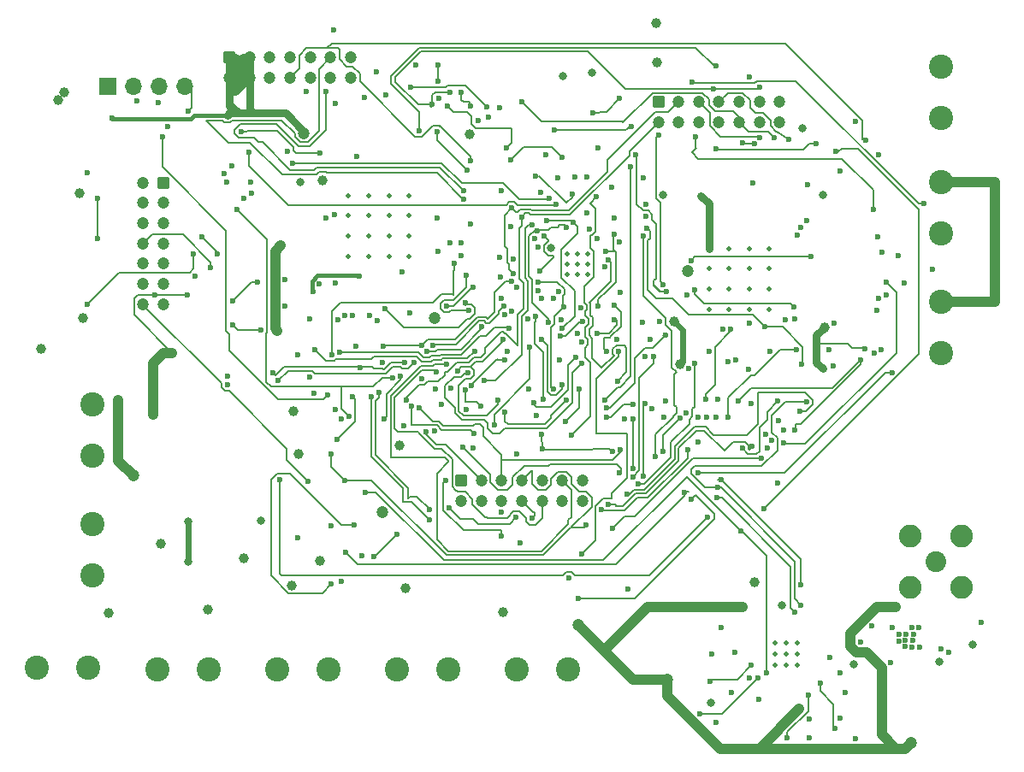
<source format=gbr>
%TF.GenerationSoftware,KiCad,Pcbnew,8.0.4*%
%TF.CreationDate,2025-02-19T16:48:10+05:30*%
%TF.ProjectId,test1,74657374-312e-46b6-9963-61645f706362,rev?*%
%TF.SameCoordinates,Original*%
%TF.FileFunction,Copper,L2,Inr*%
%TF.FilePolarity,Positive*%
%FSLAX46Y46*%
G04 Gerber Fmt 4.6, Leading zero omitted, Abs format (unit mm)*
G04 Created by KiCad (PCBNEW 8.0.4) date 2025-02-19 16:48:10*
%MOMM*%
%LPD*%
G01*
G04 APERTURE LIST*
G04 Aperture macros list*
%AMRoundRect*
0 Rectangle with rounded corners*
0 $1 Rounding radius*
0 $2 $3 $4 $5 $6 $7 $8 $9 X,Y pos of 4 corners*
0 Add a 4 corners polygon primitive as box body*
4,1,4,$2,$3,$4,$5,$6,$7,$8,$9,$2,$3,0*
0 Add four circle primitives for the rounded corners*
1,1,$1+$1,$2,$3*
1,1,$1+$1,$4,$5*
1,1,$1+$1,$6,$7*
1,1,$1+$1,$8,$9*
0 Add four rect primitives between the rounded corners*
20,1,$1+$1,$2,$3,$4,$5,0*
20,1,$1+$1,$4,$5,$6,$7,0*
20,1,$1+$1,$6,$7,$8,$9,0*
20,1,$1+$1,$8,$9,$2,$3,0*%
G04 Aperture macros list end*
%TA.AperFunction,ComponentPad*%
%ADD10RoundRect,0.250000X-0.350000X-0.350000X0.350000X-0.350000X0.350000X0.350000X-0.350000X0.350000X0*%
%TD*%
%TA.AperFunction,ComponentPad*%
%ADD11C,1.200000*%
%TD*%
%TA.AperFunction,HeatsinkPad*%
%ADD12C,0.500000*%
%TD*%
%TA.AperFunction,ComponentPad*%
%ADD13C,2.400000*%
%TD*%
%TA.AperFunction,ComponentPad*%
%ADD14C,2.050000*%
%TD*%
%TA.AperFunction,ComponentPad*%
%ADD15C,2.250000*%
%TD*%
%TA.AperFunction,ComponentPad*%
%ADD16R,1.700000X1.700000*%
%TD*%
%TA.AperFunction,ComponentPad*%
%ADD17O,1.700000X1.700000*%
%TD*%
%TA.AperFunction,ComponentPad*%
%ADD18RoundRect,0.250000X-0.350000X0.350000X-0.350000X-0.350000X0.350000X-0.350000X0.350000X0.350000X0*%
%TD*%
%TA.AperFunction,ViaPad*%
%ADD19C,1.000000*%
%TD*%
%TA.AperFunction,ViaPad*%
%ADD20C,1.200000*%
%TD*%
%TA.AperFunction,ViaPad*%
%ADD21C,0.600000*%
%TD*%
%TA.AperFunction,ViaPad*%
%ADD22C,0.800000*%
%TD*%
%TA.AperFunction,Conductor*%
%ADD23C,0.800000*%
%TD*%
%TA.AperFunction,Conductor*%
%ADD24C,1.000000*%
%TD*%
%TA.AperFunction,Conductor*%
%ADD25C,0.200000*%
%TD*%
%TA.AperFunction,Conductor*%
%ADD26C,0.400000*%
%TD*%
%TA.AperFunction,Conductor*%
%ADD27C,0.600000*%
%TD*%
G04 APERTURE END LIST*
D10*
%TO.N,+3.3V*%
%TO.C,J18*%
X22024160Y69675000D03*
D11*
X22024160Y67675000D03*
X24024160Y69675000D03*
X24024160Y67675000D03*
%TO.N,Earth*%
X26024160Y69675000D03*
X26024160Y67675000D03*
X28024160Y69675000D03*
%TO.N,Net-(J18-Pin_8)*%
X28024160Y67675000D03*
%TO.N,Net-(J18-Pin_9)*%
X30024160Y69675000D03*
%TO.N,Net-(J18-Pin_10)*%
X30024160Y67675000D03*
%TO.N,Net-(J18-Pin_11)*%
X32024160Y69675000D03*
%TO.N,Net-(J18-Pin_12)*%
X32024160Y67675000D03*
%TO.N,Net-(J18-Pin_13)*%
X34024160Y69675000D03*
%TO.N,Net-(J18-Pin_14)*%
X34024160Y67675000D03*
%TD*%
D12*
%TO.N,Earth*%
%TO.C,U16*%
X55424160Y50250000D03*
X55424160Y49200000D03*
X55424160Y48150000D03*
X56474160Y50250000D03*
X56474160Y49200000D03*
X56474160Y48150000D03*
X57524160Y50250000D03*
X57524160Y49200000D03*
X57524160Y48150000D03*
%TD*%
%TO.N,Earth*%
%TO.C,U6*%
X76049160Y11675000D03*
X76049160Y10575000D03*
X76049160Y9475000D03*
X77149160Y11675000D03*
X77149160Y10575000D03*
X77149160Y9475000D03*
X78249160Y11675000D03*
X78249160Y10575000D03*
X78249160Y9475000D03*
%TD*%
D13*
%TO.N,Vdrive*%
%TO.C,J17*%
X92474160Y52210000D03*
%TO.N,Earth*%
X92474160Y57290000D03*
%TD*%
D14*
%TO.N,/RF-PA-OUT-2*%
%TO.C,J1*%
X91974160Y19750000D03*
D15*
%TO.N,Earth*%
X89434160Y22290000D03*
X89434160Y17210000D03*
X94514160Y22290000D03*
X94514160Y17210000D03*
%TD*%
D13*
%TO.N,+BATT*%
%TO.C,J10*%
X8474160Y35330000D03*
%TO.N,Earth*%
X8474160Y30250000D03*
%TD*%
%TO.N,Net-(U9-S)*%
%TO.C,J3*%
X14909160Y9085000D03*
%TO.N,Vdrive*%
X19989160Y9085000D03*
%TD*%
%TO.N,Net-(U14-S)*%
%TO.C,J7*%
X50489160Y9085000D03*
%TO.N,Vdrive*%
X55569160Y9085000D03*
%TD*%
D12*
%TO.N,Earth*%
%TO.C,U1*%
X69474160Y50750000D03*
X69474160Y48750000D03*
X69474160Y46750000D03*
X69474160Y44750000D03*
X71474160Y50750000D03*
X71474160Y48750000D03*
X71474160Y46750000D03*
X71474160Y44750000D03*
X73474160Y50750000D03*
X73474160Y48750000D03*
X73474160Y46750000D03*
X73474160Y44750000D03*
X75474160Y50750000D03*
X75474160Y48750000D03*
X75474160Y46750000D03*
X75474160Y44750000D03*
%TD*%
D13*
%TO.N,Net-(U13-S)*%
%TO.C,J6*%
X38629160Y9085000D03*
%TO.N,Vdrive*%
X43709160Y9085000D03*
%TD*%
D12*
%TO.N,Earth*%
%TO.C,U4*%
X33811660Y56000000D03*
X33811660Y54000000D03*
X33811660Y52000000D03*
X33811660Y50000000D03*
X35811660Y56000000D03*
X35811660Y54000000D03*
X35811660Y52000000D03*
X35811660Y50000000D03*
X37811660Y56000000D03*
X37811660Y54000000D03*
X37811660Y52000000D03*
X37811660Y50000000D03*
X39811660Y56000000D03*
X39811660Y54000000D03*
X39811660Y52000000D03*
X39811660Y50000000D03*
%TD*%
D13*
%TO.N,+BATT*%
%TO.C,J11*%
X8474160Y23470000D03*
%TO.N,Earth*%
X8474160Y18390000D03*
%TD*%
%TO.N,Net-(U11-S)*%
%TO.C,J4*%
X2934160Y9250000D03*
%TO.N,Vdrive*%
X8014160Y9250000D03*
%TD*%
D16*
%TO.N,Earth*%
%TO.C,J9*%
X9956345Y66803655D03*
D17*
%TO.N,Net-(J9-Pin_2)*%
X12496345Y66803655D03*
%TO.N,/UART00*%
X15036345Y66803655D03*
%TO.N,/UART01*%
X17576345Y66803655D03*
%TD*%
D13*
%TO.N,Net-(U15-S)*%
%TO.C,J8*%
X92474160Y63710000D03*
%TO.N,Vdrive*%
X92474160Y68790000D03*
%TD*%
D10*
%TO.N,Earth*%
%TO.C,J14*%
X64474160Y65250000D03*
D11*
%TO.N,/I2C0*%
X64474160Y63250000D03*
%TO.N,/I2C1*%
X66474160Y65250000D03*
%TO.N,Earth*%
X66474160Y63250000D03*
%TO.N,/SPIFI2*%
X68474160Y65250000D03*
%TO.N,/SPIFI1*%
X68474160Y63250000D03*
%TO.N,/CS5*%
X70474160Y65250000D03*
%TO.N,/SPIFI4*%
X70474160Y63250000D03*
%TO.N,/SPIFI0*%
X72474160Y65250000D03*
%TO.N,/SPIFI3*%
X72474160Y63250000D03*
%TO.N,/SPI0*%
X74474160Y65250000D03*
%TO.N,/SPI1*%
X74474160Y63250000D03*
%TO.N,/SPI2*%
X76474160Y65250000D03*
%TO.N,+3.3V*%
X76474160Y63250000D03*
%TD*%
D13*
%TO.N,Net-(U12-S)*%
%TO.C,J5*%
X26769160Y9085000D03*
%TO.N,Vdrive*%
X31849160Y9085000D03*
%TD*%
D10*
%TO.N,/CS6*%
%TO.C,J15*%
X44974160Y27750000D03*
D11*
%TO.N,/CS5*%
X44974160Y25750000D03*
%TO.N,/CS4*%
X46974160Y27750000D03*
%TO.N,/CS3*%
X46974160Y25750000D03*
%TO.N,/CS2*%
X48974160Y27750000D03*
%TO.N,/CS1*%
X48974160Y25750000D03*
%TO.N,/CS0*%
X50974160Y27750000D03*
%TO.N,/USB11*%
X50974160Y25750000D03*
%TO.N,/USB10*%
X52974160Y27750000D03*
%TO.N,/PYROCTRL4*%
X52974160Y25750000D03*
%TO.N,/PYROCTRL3*%
X54974160Y27750000D03*
%TO.N,/PYROCTRL2*%
X54974160Y25750000D03*
%TO.N,/PYROCTRL1*%
X56974160Y27750000D03*
%TO.N,/PYROCTRL0*%
X56974160Y25750000D03*
%TD*%
D13*
%TO.N,Vdrive*%
%TO.C,J16*%
X92474160Y40350000D03*
%TO.N,Earth*%
X92474160Y45430000D03*
%TD*%
D18*
%TO.N,Net-(J13-Pin_1)*%
%TO.C,J13*%
X15474160Y57250000D03*
D11*
%TO.N,Net-(J13-Pin_2)*%
X13474160Y57250000D03*
%TO.N,Net-(J13-Pin_3)*%
X15474160Y55250000D03*
%TO.N,Net-(J13-Pin_4)*%
X13474160Y55250000D03*
%TO.N,Net-(J13-Pin_5)*%
X15474160Y53250000D03*
%TO.N,Net-(J13-Pin_6)*%
X13474160Y53250000D03*
%TO.N,Net-(J13-Pin_7)*%
X15474160Y51250000D03*
%TO.N,Net-(J13-Pin_8)*%
X13474160Y51250000D03*
%TO.N,Net-(J13-Pin_9)*%
X15474160Y49250000D03*
%TO.N,Net-(J13-Pin_10)*%
X13474160Y49250000D03*
%TO.N,Net-(J13-Pin_11)*%
X15474160Y47250000D03*
%TO.N,Net-(J13-Pin_12)*%
X13474160Y47250000D03*
%TO.N,Net-(J13-Pin_13)*%
X15474160Y45250000D03*
%TO.N,Net-(J13-Pin_14)*%
X13474160Y45250000D03*
%TD*%
D19*
%TO.N,+3.3V*%
X66003471Y43550000D03*
D20*
X42372106Y43872397D03*
X29399161Y62164106D03*
D21*
X10374160Y63650000D03*
D20*
X12499160Y28250000D03*
D19*
X45776345Y62053655D03*
D22*
X64924160Y56025000D03*
D20*
X37174160Y24650000D03*
D19*
X80899160Y42950000D03*
D20*
X56574160Y13450000D03*
D19*
X66624160Y39300239D03*
D21*
X50124160Y49738745D03*
X84926345Y40778655D03*
D22*
X78774160Y62650000D03*
X29049160Y57350000D03*
D21*
X48774160Y64650000D03*
X45474400Y34775000D03*
X29974160Y43750000D03*
X78574160Y5050000D03*
D19*
X10974160Y35750000D03*
D22*
X80774160Y38850000D03*
D20*
X89474160Y1778655D03*
D22*
X53854160Y50776207D03*
X80774160Y56050000D03*
D20*
X65374160Y8050000D03*
D21*
X72774160Y15250000D03*
X87974160Y15250000D03*
%TO.N,Net-(U10-BIAS)*%
X87651345Y13250000D03*
D22*
X92301345Y9828655D03*
D21*
X96474160Y13750000D03*
X87474160Y9750000D03*
%TO.N,Net-(U6-VR_RF)*%
X80474160Y7750000D03*
X81974160Y3250000D03*
%TO.N,/UART00*%
X75649160Y31775000D03*
X67060925Y26625000D03*
X15924160Y62850000D03*
X21824160Y37250000D03*
X40299160Y39475000D03*
X26874160Y37650000D03*
X33499160Y20650000D03*
%TO.N,/UART01*%
X21799160Y38075000D03*
X17924160Y64325000D03*
X34224160Y36100000D03*
X34949160Y38975000D03*
X75074160Y32350000D03*
X39374160Y39450000D03*
X32699160Y31850000D03*
X26349160Y38450000D03*
D22*
%TO.N,Net-(U18-SW)*%
X17974160Y23750000D03*
X17976345Y19703655D03*
D21*
%TO.N,/I2C0*%
X50926320Y53849310D03*
X90724160Y55225000D03*
X67799160Y67225000D03*
X39495011Y35750000D03*
%TO.N,/I2C1*%
X91574160Y48725000D03*
X50124160Y48303891D03*
X49974160Y54750000D03*
%TO.N,/INT14*%
X48624160Y35775000D03*
X49099160Y41769002D03*
X44596216Y38650000D03*
X53192590Y51978655D03*
X73624160Y35417137D03*
X57374160Y54250000D03*
X52729160Y48511052D03*
X57674160Y52672270D03*
X50428475Y46877845D03*
%TO.N,/CS0*%
X32124160Y30425000D03*
X61949160Y28150000D03*
X33474160Y27750000D03*
X57324160Y23361764D03*
X64023425Y40050000D03*
%TO.N,/INT10*%
X63198978Y35375000D03*
X62957415Y28169528D03*
X26974160Y27850000D03*
X30374160Y36450000D03*
X69374160Y24175000D03*
%TO.N,/INT11*%
X75249160Y30975000D03*
X32126345Y23253655D03*
X33103073Y17750000D03*
X35151345Y20303655D03*
X29974160Y38050000D03*
%TO.N,/INT1*%
X23974160Y60250000D03*
X62999160Y57775000D03*
X54351345Y55100000D03*
%TO.N,/INT2*%
X57424160Y57800000D03*
X28274160Y59150000D03*
X53645458Y55743131D03*
%TO.N,/SPI1*%
X56066891Y53319201D03*
X54975615Y42822750D03*
X53426345Y53486123D03*
X73474160Y67750000D03*
%TO.N,/INT0*%
X59874160Y56850000D03*
X52870483Y56267892D03*
X30949160Y60175000D03*
X23199160Y62300000D03*
%TO.N,/CS1*%
X61149548Y33850000D03*
X46216338Y32470899D03*
X40024160Y35150000D03*
X32474160Y34812501D03*
%TO.N,/INT6*%
X61347682Y26462736D03*
X22774160Y54650000D03*
X33874160Y34125000D03*
X43949160Y36900000D03*
X48921425Y24651265D03*
X39299160Y33225000D03*
X60649160Y51375000D03*
X78499160Y34625000D03*
X38155167Y37945130D03*
%TO.N,/INT9*%
X72774160Y30975000D03*
X56524160Y16125000D03*
X38974160Y38125000D03*
X67699160Y25925000D03*
X39874160Y44375000D03*
X43524160Y45050000D03*
X76249160Y35675000D03*
X85856382Y40360453D03*
X37374160Y33900000D03*
X46099160Y46900000D03*
X43399160Y27775000D03*
X48899160Y22275000D03*
%TO.N,/CS2*%
X60686660Y30800000D03*
X28799160Y40250000D03*
X63806013Y34853931D03*
X40804169Y34969348D03*
%TO.N,/INT7*%
X45349160Y36725000D03*
X68065483Y39394879D03*
X46997690Y42975000D03*
X50497687Y30425000D03*
X81744303Y39092537D03*
X46874160Y35175000D03*
X41581260Y40556248D03*
X62465436Y27475000D03*
%TO.N,/INT8*%
X60624160Y28525000D03*
X81399160Y40750000D03*
X42449160Y36800000D03*
X45374160Y45375000D03*
X71399160Y34075000D03*
X45149160Y31100000D03*
X78174160Y40750000D03*
X37399160Y44825000D03*
%TO.N,/SPIFI2*%
X74474160Y61750000D03*
X42652125Y68927965D03*
X42652125Y67338858D03*
%TO.N,/SPIFI4*%
X42064160Y65010000D03*
X43871216Y66250000D03*
X69924160Y66550000D03*
X74474160Y66750000D03*
%TO.N,/CS5*%
X77349160Y61550000D03*
X48224160Y33250000D03*
X37474160Y66000000D03*
X57999160Y64200000D03*
X60624160Y65600000D03*
X51724160Y41000000D03*
X73849160Y57250000D03*
X48974160Y56500000D03*
X47637395Y63738235D03*
%TO.N,/PYROCTRL0*%
X61724160Y58850000D03*
X74949160Y24950000D03*
X45901345Y64853655D03*
X44974160Y66250000D03*
X59163599Y35757311D03*
X81999160Y60350000D03*
%TO.N,Earth*%
X21526345Y58203655D03*
X49886185Y52921795D03*
X54499160Y57725000D03*
X93201345Y10728655D03*
D19*
X38849160Y31225000D03*
X15249160Y21550000D03*
D21*
X27749160Y60350000D03*
X28824160Y22100000D03*
D19*
X31224160Y57525000D03*
D22*
X83799160Y9600000D03*
D21*
X42974160Y35275000D03*
X79399160Y4175000D03*
X77951345Y32753655D03*
X83999160Y2225000D03*
D19*
X19899160Y14950000D03*
D21*
X14676345Y46178655D03*
X32549160Y65075000D03*
D19*
X28849160Y30425000D03*
D21*
X68699160Y56000000D03*
D19*
X30999160Y19775000D03*
D21*
X90226345Y13253655D03*
X53374160Y60075000D03*
D19*
X49099160Y14750000D03*
D21*
X72420843Y35665743D03*
X71649160Y42800000D03*
X85624160Y13350000D03*
X74424160Y6125000D03*
D22*
X55024160Y67800000D03*
D19*
X5099160Y65475000D03*
D21*
X89669460Y11910400D03*
D19*
X3349160Y40775000D03*
D21*
X86249160Y60075000D03*
X89551345Y13178655D03*
X51624160Y36875000D03*
D19*
X39436660Y17092900D03*
X64349160Y69200000D03*
X28349160Y34625000D03*
D22*
X57899160Y68175000D03*
D21*
X69749160Y10550000D03*
D19*
X10099160Y14650000D03*
D21*
X48924160Y45802174D03*
X34851345Y47978655D03*
X26750999Y42627473D03*
X82424160Y4225000D03*
X17876345Y46178655D03*
X89751345Y12528655D03*
X88881960Y11910400D03*
D19*
X28199160Y17400000D03*
D21*
X84524160Y39700000D03*
D19*
X7499160Y43875000D03*
D21*
X90301345Y11253655D03*
D19*
X23449160Y20075000D03*
X7174160Y56225000D03*
D21*
X48826345Y47903655D03*
D19*
X64219938Y73050000D03*
D21*
X88881960Y11339600D03*
X88976345Y12532185D03*
X69151345Y35778655D03*
D20*
X67424160Y48500000D03*
D21*
X73449160Y8200000D03*
X12901345Y65328655D03*
D19*
X14449160Y34325000D03*
D22*
X95624160Y11525000D03*
D21*
X92476345Y11128655D03*
X73501345Y43353655D03*
X88326345Y12553655D03*
X27124160Y51025000D03*
X52376345Y34203655D03*
D22*
X69674160Y5750000D03*
D21*
X88299160Y11854924D03*
X79424160Y2275000D03*
X63224160Y55100000D03*
D19*
X73974160Y17675000D03*
D22*
X76724160Y15425000D03*
D21*
X65224160Y35625000D03*
X30276345Y46528655D03*
X89608024Y11284900D03*
X72024160Y10750000D03*
X48801345Y49903655D03*
X46649160Y63400000D03*
D19*
X5652080Y66202920D03*
D21*
X70199160Y3775000D03*
D22*
X25126345Y23778655D03*
D19*
X16374160Y40425000D03*
D21*
X82499160Y58400000D03*
%TO.N,/PYROCTRL1*%
X49424159Y60700000D03*
X79249160Y57050000D03*
X43574160Y64850000D03*
X58374160Y55850000D03*
X55899160Y32300000D03*
%TO.N,/PYROCTRL2*%
X80074160Y61150000D03*
X58874160Y24900000D03*
X67349160Y30825000D03*
X70224160Y60650000D03*
X42774160Y65650000D03*
X56249160Y57800000D03*
%TO.N,/PYROCTRL3*%
X59494512Y25405139D03*
X43474160Y39250001D03*
X73774160Y31150000D03*
%TO.N,/PYROCTRL4*%
X59968499Y23050694D03*
X74649160Y30000000D03*
X42524160Y38502945D03*
%TO.N,/PYROCTRL5*%
X70174160Y68850000D03*
X40774842Y62441359D03*
%TO.N,/INT18*%
X49974160Y44575000D03*
X56889411Y39348962D03*
X52949160Y45850000D03*
X45599160Y38450000D03*
X86542941Y40771113D03*
%TO.N,/INT12*%
X59224160Y50500000D03*
X54774160Y42048528D03*
X67504018Y38825000D03*
X32924160Y40450000D03*
X49734875Y42827356D03*
X60124160Y52175000D03*
X56974160Y43500000D03*
X75024160Y42975000D03*
X58540953Y45010191D03*
X63299160Y52775000D03*
X78676345Y39303655D03*
%TO.N,/INT20*%
X65224162Y42150000D03*
X54924160Y37250000D03*
X54574160Y46450000D03*
X81899160Y43325000D03*
X49556267Y40569363D03*
X52874160Y41750000D03*
X42674160Y50475000D03*
X59374160Y34957517D03*
X51584160Y43800000D03*
%TO.N,/INT13*%
X45995536Y37196380D03*
X37200633Y39475000D03*
X49314160Y34566473D03*
X59374160Y34007087D03*
X42308425Y32650000D03*
X69247252Y34075001D03*
X56774160Y44916778D03*
X49274160Y39700000D03*
X61949160Y35325000D03*
X55399160Y35750000D03*
X58405434Y51706486D03*
%TO.N,/USB11*%
X54074160Y36800000D03*
X52574160Y47424999D03*
X51948749Y24037582D03*
X76849160Y31539213D03*
X55599160Y18100000D03*
X86999160Y47425000D03*
X55121726Y44950000D03*
%TO.N,/SPIFI3*%
X50974160Y65250000D03*
X75974160Y61750000D03*
%TO.N,/INT19*%
X45499160Y48075000D03*
X54088467Y45814307D03*
X45748542Y44627245D03*
X49247889Y44223452D03*
X56922507Y41457493D03*
X54874160Y43725000D03*
X69490659Y40575000D03*
%TO.N,/USB10*%
X52999160Y30925000D03*
X87624895Y38474265D03*
X52356708Y44007781D03*
X59909178Y30611519D03*
X53087395Y35788236D03*
X52899160Y32325000D03*
X68449160Y28575000D03*
%TO.N,/INT17*%
X36074160Y36075000D03*
X41824160Y23850000D03*
X52599160Y46600000D03*
X49146990Y45017067D03*
X76899160Y32775000D03*
X42149160Y41125000D03*
%TO.N,/INT16*%
X41799160Y24876652D03*
X49949500Y47523189D03*
X36799160Y36525000D03*
X52549160Y50875000D03*
X76324160Y33675000D03*
X41074160Y41175000D03*
X37224160Y41075000D03*
%TO.N,/CS6*%
X68447253Y34072621D03*
X15374160Y61850000D03*
X43799160Y25100000D03*
X50401189Y24102030D03*
X31724160Y36250000D03*
%TO.N,Net-(U6-XIN)*%
X74352127Y8208948D03*
X68574160Y4650000D03*
%TO.N,Net-(U6-XOUT)*%
X73688933Y9475046D03*
X69574160Y7850000D03*
%TO.N,/INT4*%
X59549160Y49650000D03*
X24098616Y57364518D03*
X61949160Y33875000D03*
X60424160Y37625000D03*
X77974160Y14750000D03*
X61949160Y28998527D03*
X60099160Y53800000D03*
X70298425Y26075735D03*
%TO.N,/INT5*%
X38624160Y22475000D03*
X78574160Y17450000D03*
X24174160Y56250000D03*
X70722689Y27850000D03*
X36349160Y20225000D03*
X64188375Y30169528D03*
X63024160Y51975000D03*
%TO.N,/INT3*%
X63224158Y53900000D03*
X79124160Y35525000D03*
X70355944Y27070925D03*
X23474160Y55750000D03*
X78574160Y15450000D03*
%TO.N,Net-(U1-P2_5)*%
X58451345Y42378655D03*
X54649160Y39750000D03*
X56599160Y36834103D03*
X45874160Y53200000D03*
X55268544Y33607087D03*
X60149160Y43706931D03*
X88824160Y47325000D03*
X59174160Y48900000D03*
%TO.N,Net-(J12-D-)*%
X40473425Y68900735D03*
X65299160Y46475000D03*
X62224160Y60000000D03*
%TO.N,Net-(J12-D+)*%
X14974160Y65175000D03*
X7974160Y58250000D03*
X64926856Y47183090D03*
X35399160Y65675000D03*
X64474160Y62000000D03*
%TO.N,Net-(U1-USB0_VBUS)*%
X56470061Y42357151D03*
X52149160Y35475000D03*
X60675894Y46412612D03*
X50829617Y21575000D03*
X56299160Y39950000D03*
X8974160Y51750000D03*
X19299895Y51924265D03*
X8974160Y55750000D03*
X20824160Y50200000D03*
%TO.N,/USB0-D+*%
X7974160Y45250000D03*
X18461660Y50237500D03*
%TO.N,Net-(J18-Pin_9)*%
X36549160Y68225000D03*
X42549160Y62325000D03*
X45588905Y58535786D03*
X86174160Y51925000D03*
%TO.N,/CS4*%
X67247519Y34448475D03*
X33126567Y33840203D03*
X41509412Y32610252D03*
X68375631Y31612745D03*
%TO.N,Net-(J18-Pin_12)*%
X44924160Y51275000D03*
X22274160Y58900000D03*
X34624160Y59850000D03*
X87024160Y46125000D03*
%TO.N,Net-(J18-Pin_10)*%
X86624160Y50350000D03*
X45199160Y56450003D03*
X31574160Y66300000D03*
%TO.N,Net-(J18-Pin_8)*%
X84974160Y61450000D03*
X45874160Y59450000D03*
%TO.N,Net-(J18-Pin_14)*%
X39073425Y48400735D03*
X44924160Y50075000D03*
X86099160Y44650000D03*
X42549160Y53800000D03*
X29624160Y66325000D03*
%TO.N,Net-(J18-Pin_11)*%
X45199160Y55650000D03*
X88199160Y50050000D03*
X32299160Y72375000D03*
%TO.N,Net-(J18-Pin_13)*%
X86249160Y45850000D03*
X43874160Y51275000D03*
%TO.N,/INT21*%
X72649160Y22750000D03*
X41074157Y37850000D03*
X35499160Y26600000D03*
X44261660Y49312500D03*
X32149160Y40250000D03*
X75149160Y8750000D03*
X76299160Y27525000D03*
%TO.N,/TRANSCEIVER-TX-0*%
X84474160Y11750000D03*
X82974160Y6750000D03*
%TO.N,/TRANSCEIVER-TX*%
X79324160Y6500000D03*
X77226345Y2250000D03*
%TO.N,/TXRX+*%
X81474160Y10250000D03*
X82474160Y8750000D03*
%TO.N,Net-(J13-Pin_4)*%
X63624162Y41750000D03*
X61474160Y17025000D03*
%TO.N,Net-(J13-Pin_2)*%
X68074160Y46675000D03*
X65024160Y34007087D03*
X77899160Y44925000D03*
%TO.N,Net-(J13-Pin_7)*%
X64603471Y43503655D03*
X21774160Y57350000D03*
X79199160Y53475000D03*
%TO.N,Net-(J13-Pin_10)*%
X22349160Y43225000D03*
X25149160Y42700000D03*
X27549160Y47700000D03*
%TO.N,Net-(J13-Pin_12)*%
X18624160Y47975000D03*
%TO.N,Net-(J13-Pin_9)*%
X27549160Y45053655D03*
%TO.N,Net-(J13-Pin_8)*%
X20149160Y48850000D03*
%TO.N,Net-(J13-Pin_6)*%
X34351345Y23378655D03*
X63162111Y40050000D03*
X32126345Y17528655D03*
%TO.N,Net-(J13-Pin_3)*%
X62936212Y43418127D03*
X79599160Y49950000D03*
X67715042Y49560845D03*
X83967980Y63293821D03*
%TO.N,Net-(J13-Pin_5)*%
X60322979Y41724995D03*
%TO.N,Net-(J13-Pin_11)*%
X24835873Y47407887D03*
X22349160Y45525000D03*
%TO.N,Net-(J13-Pin_14)*%
X29801345Y27678655D03*
X60574160Y40525000D03*
X56924160Y20475000D03*
X52274160Y51700000D03*
%TO.N,Net-(U1-P1_8)*%
X70149160Y34003655D03*
X34574160Y41100000D03*
%TO.N,Net-(U1-P2_10)*%
X61774160Y62850000D03*
X54174160Y62450000D03*
X85774160Y54650000D03*
X68174160Y61850000D03*
%TO.N,Net-(U1-P1_7)*%
X75525633Y40575000D03*
X35868108Y44142758D03*
%TO.N,Net-(U1-P1_9)*%
X36656952Y43574834D03*
X73412924Y38772508D03*
%TO.N,Net-(U1-P1_4)*%
X30899160Y47250000D03*
X71349160Y39539214D03*
X32749160Y43700000D03*
X31549160Y53750000D03*
X78574160Y52875000D03*
X77999160Y43800000D03*
%TO.N,Net-(U1-P1_6)*%
X34210602Y44150000D03*
X70849157Y42800000D03*
X67299160Y46150000D03*
X70342787Y35850433D03*
%TO.N,Net-(U1-P1_5)*%
X77049160Y43725000D03*
X32499160Y47375000D03*
X33410599Y44150000D03*
X72121901Y39746270D03*
X32424160Y54100000D03*
X78210491Y52073470D03*
%TO.N,/SPIFI1*%
X47474160Y64750000D03*
X73974160Y61125499D03*
X72774160Y61250000D03*
X39974160Y66750000D03*
%TO.N,/SPI2*%
X58474160Y60750000D03*
X52489926Y52470355D03*
X53574160Y43480385D03*
X55376345Y52878655D03*
%TO.N,/SPI0*%
X60140953Y45150000D03*
X55932738Y56122794D03*
X59373424Y40525735D03*
X52289846Y57950000D03*
%TO.N,Net-(C51-Pad2)*%
X70724160Y13250000D03*
X71724160Y6750000D03*
%TO.N,/CS3*%
X46135190Y30962500D03*
X46274160Y40575000D03*
X54974160Y59750000D03*
X66612948Y33961316D03*
X64922689Y30625000D03*
X49874160Y59500000D03*
X47204553Y37644607D03*
X51979206Y53086123D03*
X30474160Y40750000D03*
%TD*%
D23*
%TO.N,+3.3V*%
X22174160Y64875000D02*
X22024160Y64875000D01*
X80124160Y41225000D02*
X80124160Y39500000D01*
D24*
X70584946Y1225000D02*
X73851345Y1225000D01*
D23*
X88001345Y1228655D02*
X88924160Y1228655D01*
D24*
X61974160Y8050000D02*
X60174160Y9850000D01*
D25*
X59574160Y11050000D02*
X59574160Y10450000D01*
D24*
X60174160Y9850000D02*
X59574160Y10450000D01*
D23*
X21999160Y64150000D02*
X22899160Y64150000D01*
D24*
X10999160Y29750000D02*
X12499160Y28250000D01*
D23*
X23374160Y69675000D02*
X24024160Y69675000D01*
X80899160Y42950000D02*
X80124160Y42175000D01*
X24024160Y67675000D02*
X24024160Y68725000D01*
D26*
X21799160Y63950000D02*
X18539110Y63950000D01*
D23*
X22624160Y66275000D02*
X23049160Y66700000D01*
X22974160Y67625000D02*
X23024160Y67675000D01*
X24374160Y64150000D02*
X27574160Y64150000D01*
X23361660Y69012500D02*
X24024160Y69675000D01*
D24*
X74469261Y1225000D02*
X78434211Y5189950D01*
X65374160Y8050000D02*
X65374160Y6435786D01*
D23*
X24024160Y68725000D02*
X24024160Y69675000D01*
X22024160Y68325000D02*
X22674160Y68325000D01*
D25*
X83624160Y40925000D02*
X83199160Y41350000D01*
D27*
X66849160Y39525239D02*
X66849160Y42704311D01*
D23*
X22024160Y68325000D02*
X22024160Y68850000D01*
D24*
X86109946Y15250000D02*
X87974160Y15250000D01*
X88924160Y1228655D02*
X89474160Y1778655D01*
D23*
X22674160Y68325000D02*
X23361660Y69012500D01*
D25*
X84926345Y40778655D02*
X84780000Y40925000D01*
D23*
X22024160Y66275000D02*
X22974160Y67225000D01*
D24*
X84059946Y10750000D02*
X83474160Y11335786D01*
X88920505Y1225000D02*
X88924160Y1228655D01*
D23*
X80124160Y39500000D02*
X80774160Y38850000D01*
D24*
X10974160Y35750000D02*
X10974160Y29750000D01*
X56574160Y13450000D02*
X61974160Y8050000D01*
D27*
X66849160Y42704311D02*
X66003471Y43550000D01*
D24*
X86574160Y2655840D02*
X86574160Y9235786D01*
X83474160Y11335786D02*
X83474160Y12614214D01*
D27*
X66624160Y39300239D02*
X66849160Y39525239D01*
D25*
X63774160Y15250000D02*
X59574160Y11050000D01*
D26*
X18539110Y63950000D02*
X18214110Y63625000D01*
D23*
X22974160Y67225000D02*
X22974160Y67625000D01*
X22624160Y69675000D02*
X22024160Y69675000D01*
D25*
X84780000Y40925000D02*
X83624160Y40925000D01*
D26*
X10399160Y63625000D02*
X10374160Y63650000D01*
D24*
X88001345Y1228655D02*
X86574160Y2655840D01*
D23*
X22024160Y66275000D02*
X22624160Y66275000D01*
D24*
X63374160Y15250000D02*
X72774160Y15250000D01*
X59074160Y10950000D02*
X63374160Y15250000D01*
D23*
X22024160Y66275000D02*
X22024160Y68325000D01*
D26*
X21799160Y63950000D02*
X22024160Y64175000D01*
D25*
X72774160Y15250000D02*
X63774160Y15250000D01*
D23*
X22999160Y69300000D02*
X22624160Y69675000D01*
X87126345Y1228655D02*
X70581291Y1228655D01*
X22974160Y68725000D02*
X22849160Y68850000D01*
X24374160Y64150000D02*
X24024160Y64500000D01*
X22999160Y69300000D02*
X23374160Y69675000D01*
X22024160Y68850000D02*
X22024160Y69675000D01*
X23286660Y69012500D02*
X22999160Y69300000D01*
D24*
X85059946Y10750000D02*
X84059946Y10750000D01*
D23*
X87126345Y1228655D02*
X88001345Y1228655D01*
D24*
X73851345Y1225000D02*
X74469261Y1225000D01*
D26*
X22024160Y64175000D02*
X22024160Y64875000D01*
D23*
X23361660Y69012500D02*
X23286660Y69012500D01*
D25*
X87974160Y15250000D02*
X87874160Y15150000D01*
D24*
X59574160Y10450000D02*
X59074160Y10950000D01*
X65374160Y6435786D02*
X70584946Y1225000D01*
D23*
X27574160Y64150000D02*
X29474160Y62250000D01*
X22849160Y68850000D02*
X24024160Y67675000D01*
D25*
X80249160Y41350000D02*
X80124160Y41225000D01*
D23*
X22974160Y67625000D02*
X22024160Y68575000D01*
X23049160Y66700000D02*
X24024160Y67675000D01*
X22974160Y67625000D02*
X22924160Y67675000D01*
X10974160Y29750000D02*
X12474160Y28250000D01*
D24*
X61974160Y8050000D02*
X65374160Y8050000D01*
D25*
X83199160Y41350000D02*
X80249160Y41350000D01*
D24*
X83474160Y12614214D02*
X86109946Y15250000D01*
D23*
X22924160Y67675000D02*
X22024160Y67675000D01*
X22024160Y68850000D02*
X22849160Y68850000D01*
X24024160Y68725000D02*
X22974160Y68725000D01*
X22024160Y64875000D02*
X22024160Y66275000D01*
X22024160Y68575000D02*
X22024160Y69675000D01*
X70581291Y1228655D02*
X65374160Y6435786D01*
X23024160Y67675000D02*
X24024160Y67675000D01*
X21799160Y63950000D02*
X21999160Y64150000D01*
D24*
X86574160Y9235786D02*
X85059946Y10750000D01*
D23*
X22899160Y64150000D02*
X24374160Y64150000D01*
X80124160Y42175000D02*
X80124160Y41225000D01*
D26*
X18214110Y63625000D02*
X10399160Y63625000D01*
D23*
X22899160Y64150000D02*
X22174160Y64875000D01*
D24*
X10974160Y29750000D02*
X10999160Y29750000D01*
X59074160Y10950000D02*
X56574160Y13450000D01*
X73851345Y1225000D02*
X88920505Y1225000D01*
D23*
X24024160Y64500000D02*
X24024160Y67675000D01*
D25*
%TO.N,Net-(U6-VR_RF)*%
X80474160Y7750000D02*
X80474160Y6925840D01*
X81824160Y5575840D02*
X81824160Y3400000D01*
X80474160Y6925840D02*
X81824160Y5575840D01*
X81824160Y3400000D02*
X81974160Y3250000D01*
%TO.N,/UART00*%
X34674160Y19475000D02*
X33499160Y20650000D01*
X67449160Y26650000D02*
X67449160Y26650000D01*
X39125631Y38850000D02*
X39674160Y38850000D01*
X39674160Y38850000D02*
X40299160Y39475000D01*
X27874160Y38650000D02*
X30222689Y38650000D01*
X67060925Y26625000D02*
X67085925Y26650000D01*
X30222689Y38650000D02*
X30497689Y38375000D01*
X37514846Y38375000D02*
X38189846Y39050000D01*
X67060925Y26625000D02*
X67060925Y26261765D01*
X38925631Y39050000D02*
X39125631Y38850000D01*
X38189846Y39050000D02*
X38925631Y39050000D01*
X67060925Y26261765D02*
X60274160Y19475000D01*
X30497689Y38375000D02*
X37514846Y38375000D01*
X26874160Y37650000D02*
X27874160Y38650000D01*
X40299160Y39475000D02*
X40424160Y39475000D01*
X60274160Y19475000D02*
X34674160Y19475000D01*
X67085925Y26650000D02*
X67449160Y26650000D01*
%TO.N,/UART01*%
X34474160Y35850000D02*
X34474160Y33625000D01*
X26599160Y38225000D02*
X27424160Y39050000D01*
X36113131Y39050000D02*
X36313131Y38850000D01*
X18294160Y64695000D02*
X18294160Y66750000D01*
X17924160Y64325000D02*
X18294160Y64695000D01*
X34474160Y33625000D02*
X32699160Y31850000D01*
X37249160Y38775000D02*
X37349160Y38775000D01*
X34949160Y38975000D02*
X35024160Y39050000D01*
X34224160Y36100000D02*
X34474160Y35850000D01*
X26349160Y38450000D02*
X26374160Y38450000D01*
X27424160Y39050000D02*
X34874160Y39050000D01*
X37174160Y38850000D02*
X37249160Y38775000D01*
X36313131Y38850000D02*
X37174160Y38850000D01*
X35024160Y39050000D02*
X36113131Y39050000D01*
X38024160Y39450000D02*
X39374160Y39450000D01*
X26374160Y38450000D02*
X26599160Y38225000D01*
X37349160Y38775000D02*
X38024160Y39450000D01*
X34874160Y39050000D02*
X34949160Y38975000D01*
D27*
%TO.N,Net-(U18-SW)*%
X17974160Y23750000D02*
X17974160Y19750000D01*
D25*
%TO.N,/I2C0*%
X51174160Y44804215D02*
X50584160Y44214215D01*
X46264846Y39975000D02*
X45739846Y39450000D01*
X90724160Y55225000D02*
X90749160Y55225000D01*
X50926320Y53849310D02*
X50926320Y52967846D01*
X67799160Y67225000D02*
X67874160Y67150000D01*
X78089846Y67350000D02*
X89494503Y55945343D01*
X48941317Y42500000D02*
X47349160Y40907843D01*
X61624160Y60400000D02*
X64474160Y63250000D01*
X47349160Y40907843D02*
X47349160Y40400000D01*
X43608718Y38536029D02*
X43325875Y38536029D01*
X44522689Y39450000D02*
X43608718Y38536029D01*
X61624160Y59975000D02*
X61624160Y60400000D01*
X46924160Y39975000D02*
X46264846Y39975000D01*
X74225631Y67350000D02*
X78089846Y67350000D01*
X42697689Y37600000D02*
X41672686Y37600000D01*
X49347689Y42369002D02*
X49230693Y42369002D01*
X50584160Y44214215D02*
X50584160Y41132532D01*
X39495011Y35995851D02*
X39495011Y35750000D01*
X49099695Y42500000D02*
X48941317Y42500000D01*
X45739846Y39450000D02*
X44522689Y39450000D01*
X51327010Y54250000D02*
X51672689Y54250000D01*
X41672686Y37600000D02*
X41322686Y37250000D01*
X51836566Y54086123D02*
X55735283Y54086123D01*
X41322686Y37250000D02*
X40825628Y37250000D01*
X51174160Y47342157D02*
X51174160Y44804215D01*
X74025631Y67150000D02*
X74225631Y67350000D01*
X43325875Y38228186D02*
X42697689Y37600000D01*
X51672689Y54250000D02*
X51836566Y54086123D01*
X40787394Y37288234D02*
X39495011Y35995851D01*
X50724160Y47792157D02*
X51174160Y47342157D01*
X47349160Y40400000D02*
X46924160Y39975000D01*
X90214846Y55225000D02*
X90724160Y55225000D01*
X50584160Y41132532D02*
X49347689Y42369002D01*
X50724160Y52765686D02*
X50724160Y47792157D01*
X67874160Y67150000D02*
X74025631Y67150000D01*
X40825628Y37250000D02*
X40787394Y37288234D01*
X49230693Y42369002D02*
X49099695Y42500000D01*
X43325875Y38536029D02*
X43325875Y38228186D01*
X55735283Y54086123D02*
X61624160Y59975000D01*
X89494503Y55945343D02*
X90214846Y55225000D01*
X50926320Y52967846D02*
X50724160Y52765686D01*
X50926320Y53849310D02*
X51327010Y54250000D01*
%TO.N,/I2C1*%
X49286185Y54062025D02*
X49974160Y54750000D01*
X49701345Y48726706D02*
X49701345Y49174289D01*
X50808474Y54650000D02*
X51838375Y54650000D01*
X65474160Y64250000D02*
X66474160Y65250000D01*
X59441317Y59489950D02*
X64201367Y64250000D01*
X50124160Y48303891D02*
X49701345Y48726706D01*
X51988375Y54500000D02*
X55583474Y54500000D01*
X51838375Y54650000D02*
X51988375Y54500000D01*
X64201367Y64250000D02*
X65474160Y64250000D01*
X49286185Y50965163D02*
X49286185Y54062025D01*
X59441317Y58357843D02*
X59441317Y59489950D01*
X49524160Y49351474D02*
X49524160Y50727188D01*
X50508474Y54350000D02*
X50808474Y54650000D01*
X49701345Y49174289D02*
X49524160Y49351474D01*
X50374160Y54350000D02*
X50508474Y54350000D01*
X55583474Y54500000D02*
X59441317Y58357843D01*
X49524160Y50727188D02*
X49286185Y50965163D01*
X49974160Y54750000D02*
X50374160Y54350000D01*
%TO.N,/INT14*%
X45905532Y39050000D02*
X45299160Y39050000D01*
X49099160Y41769002D02*
X49099160Y41584314D01*
X53192590Y51978655D02*
X53564210Y51607035D01*
X53564210Y51607035D02*
X53564210Y51476207D01*
X54124160Y50076207D02*
X54124160Y49906052D01*
X45847689Y39050000D02*
X45299160Y39050000D01*
X46199160Y38201471D02*
X46199160Y38698529D01*
X53154160Y51066157D02*
X53154160Y50486257D01*
X45847689Y37850000D02*
X46199160Y38201471D01*
X44996216Y39050000D02*
X44596216Y38650000D01*
X45396216Y37850000D02*
X45847689Y37850000D01*
X53564210Y50076207D02*
X54124160Y50076207D01*
X46430532Y39575000D02*
X45905532Y39050000D01*
X53564210Y51476207D02*
X53154160Y51066157D01*
X47499160Y34175000D02*
X45200631Y34175000D01*
X54124160Y49906052D02*
X52729160Y48511052D01*
X46199160Y38698529D02*
X45847689Y39050000D01*
X53154160Y50486257D02*
X53564210Y50076207D01*
X48624160Y35300000D02*
X47499160Y34175000D01*
X45299160Y39050000D02*
X44996216Y39050000D01*
X47089846Y39575000D02*
X46430532Y39575000D01*
X44724160Y37177944D02*
X45396216Y37850000D01*
X44724160Y34651471D02*
X44724160Y37177944D01*
X45200631Y34175000D02*
X44724160Y34651471D01*
X48624160Y35775000D02*
X48624160Y35300000D01*
X49099160Y41584314D02*
X47089846Y39575000D01*
%TO.N,/CS0*%
X53346953Y26850000D02*
X52601367Y26850000D01*
X53874160Y27975000D02*
X53874160Y27377207D01*
X56639846Y26650000D02*
X55874160Y27415686D01*
X57104554Y23142158D02*
X55832002Y23142158D01*
X36099160Y27750000D02*
X43474160Y20375000D01*
X57874160Y26122793D02*
X57346953Y26650000D01*
X32124160Y30425000D02*
X32124160Y29100000D01*
X32124160Y29100000D02*
X33474160Y27750000D01*
X51974160Y28750000D02*
X50974160Y27750000D01*
X55874160Y27415686D02*
X55874160Y28122794D01*
X62549160Y37900000D02*
X64023425Y39374265D01*
X64023425Y39374265D02*
X64023425Y40050000D01*
X43474160Y20375000D02*
X53064844Y20375000D01*
X55346954Y28650000D02*
X55874160Y28122794D01*
X52601367Y26850000D02*
X51974160Y27477207D01*
X53874160Y27975000D02*
X54549160Y28650000D01*
X53874160Y27377207D02*
X53346953Y26850000D01*
X57324160Y23361764D02*
X57104554Y23142158D01*
X57346953Y26650000D02*
X56639846Y26650000D01*
X53064844Y20375000D02*
X55832002Y23142158D01*
X33474160Y27750000D02*
X36099160Y27750000D01*
X57874160Y25184315D02*
X57874160Y26122793D01*
X55832002Y23142158D02*
X57874160Y25184315D01*
X62549160Y28750000D02*
X62549160Y37900000D01*
X51974160Y27477207D02*
X51974160Y28750000D01*
X54549160Y28650000D02*
X55346954Y28650000D01*
X61949160Y28150000D02*
X62549160Y28750000D01*
%TO.N,/INT10*%
X55000631Y18350000D02*
X27174160Y18350000D01*
X62949160Y35125182D02*
X62949160Y29250000D01*
X26974160Y18550000D02*
X26974160Y27850000D01*
X63198978Y35375000D02*
X62949160Y35125182D01*
X55847689Y18700000D02*
X55350631Y18700000D01*
X56197689Y18350000D02*
X55847689Y18700000D01*
X27174160Y18350000D02*
X26974160Y18550000D01*
X62957415Y29241745D02*
X62957415Y28169528D01*
X55350631Y18700000D02*
X55000631Y18350000D01*
X69374160Y24175000D02*
X63549160Y18350000D01*
X62949160Y29250000D02*
X62957415Y29241745D01*
X63549160Y18350000D02*
X56197689Y18350000D01*
%TO.N,/INT1*%
X49725631Y55350000D02*
X49425631Y55050000D01*
X23974160Y58901471D02*
X23974160Y60250000D01*
X49425631Y55050000D02*
X27825631Y55050000D01*
X50222689Y55350000D02*
X49725631Y55350000D01*
X54454160Y55160000D02*
X54344160Y55050000D01*
X50522689Y55050000D02*
X50222689Y55350000D01*
X54344160Y55050000D02*
X50522689Y55050000D01*
X27825631Y55050000D02*
X23974160Y58901471D01*
%TO.N,/INT2*%
X49122689Y57200000D02*
X45014849Y57200000D01*
X43014849Y59200000D02*
X28324160Y59200000D01*
X28274160Y59150000D02*
X28174160Y59250000D01*
X53527327Y55625000D02*
X50697689Y55625000D01*
X28174160Y59250000D02*
X28149160Y59250000D01*
X50697689Y55625000D02*
X49122689Y57200000D01*
X28324160Y59200000D02*
X28274160Y59150000D01*
X45014849Y57200000D02*
X43014849Y59200000D01*
X53645458Y55743131D02*
X53527327Y55625000D01*
%TO.N,/SPI1*%
X56484160Y52901932D02*
X56484160Y52260000D01*
X56066891Y53319201D02*
X56484160Y52901932D01*
X54874160Y50650000D02*
X54874160Y47850000D01*
X56174160Y44021295D02*
X54975615Y42822750D01*
X56484160Y52260000D02*
X54874160Y50650000D01*
X53426345Y53486123D02*
X55899969Y53486123D01*
X55899969Y53486123D02*
X56066891Y53319201D01*
X56174160Y46550000D02*
X56174160Y44021295D01*
X54874160Y47850000D02*
X56174160Y46550000D01*
%TO.N,/INT0*%
X28624160Y60175000D02*
X30949160Y60175000D01*
X23199160Y62300000D02*
X23708474Y62300000D01*
X28349160Y60800000D02*
X28349160Y60450000D01*
X23708474Y62300000D02*
X23833474Y62425000D01*
X26724160Y62425000D02*
X28349160Y60800000D01*
X28349160Y60450000D02*
X28624160Y60175000D01*
X23833474Y62425000D02*
X26724160Y62425000D01*
%TO.N,/CS1*%
X40024160Y33250000D02*
X40024160Y35150000D01*
X42556954Y33250000D02*
X40024160Y33250000D01*
X45887237Y32800000D02*
X43006954Y32800000D01*
X43006954Y32800000D02*
X42556954Y33250000D01*
X46216338Y32470899D02*
X45887237Y32800000D01*
%TO.N,/INT6*%
X33124160Y37050000D02*
X26174161Y37050000D01*
X79724160Y35276471D02*
X79724160Y35773529D01*
X78997689Y36500000D02*
X74324160Y36500000D01*
X33874160Y34125000D02*
X33124160Y34875000D01*
X25749160Y51675000D02*
X22774160Y54650000D01*
X25674160Y37550001D02*
X25674160Y42376471D01*
X79724160Y35773529D02*
X78997689Y36500000D01*
X66097689Y29895587D02*
X63077102Y26875000D01*
X25674160Y42376471D02*
X25749160Y42451471D01*
X74324160Y36500000D02*
X74324160Y33400000D01*
X33124160Y34875000D02*
X33124160Y37050000D01*
X63077102Y26875000D02*
X62042789Y26875000D01*
X38155167Y37945130D02*
X38192109Y37945130D01*
X38155167Y37945130D02*
X37144290Y37945130D01*
X61630525Y26462736D02*
X61347682Y26462736D01*
X37144290Y37945130D02*
X36249160Y37050000D01*
X25749160Y42451471D02*
X25749160Y51675000D01*
X68049160Y33100000D02*
X66097689Y31148529D01*
X69170686Y33100000D02*
X68049160Y33100000D01*
X79072689Y34625000D02*
X79724160Y35276471D01*
X66097689Y31148529D02*
X66097689Y29895587D01*
X26174161Y37050000D02*
X25674160Y37550001D01*
X73227815Y32303655D02*
X69967031Y32303655D01*
X69967031Y32303655D02*
X69170686Y33100000D01*
X78499160Y34625000D02*
X79072689Y34625000D01*
X62042789Y26875000D02*
X61630525Y26462736D01*
X36249160Y37050000D02*
X33124160Y37050000D01*
X74324160Y33400000D02*
X73227815Y32303655D01*
%TO.N,/INT9*%
X56524160Y16125000D02*
X62172689Y16125000D01*
X45224160Y22825000D02*
X48949160Y22825000D01*
X67724160Y25950000D02*
X67699160Y25925000D01*
X76249160Y35675000D02*
X76249160Y35550000D01*
X69974160Y23926471D02*
X69974160Y24500000D01*
X38974160Y37729900D02*
X38974160Y38125000D01*
X48924160Y22800000D02*
X48899160Y22275000D01*
X37574160Y34100000D02*
X37574160Y36329900D01*
X75244503Y33754657D02*
X75244503Y34545343D01*
X74474160Y30675000D02*
X74474160Y32984314D01*
X43399160Y27775000D02*
X43199160Y27575000D01*
X75244503Y34545343D02*
X76249160Y35675000D01*
X43199160Y24850000D02*
X45224160Y22825000D01*
X69974160Y24500000D02*
X68124160Y26350000D01*
X38974160Y38125000D02*
X39074160Y38025000D01*
X43524160Y45050000D02*
X44191317Y45050000D01*
X68124160Y26350000D02*
X67724160Y25950000D01*
X45966317Y46825000D02*
X46099160Y46900000D01*
X44191317Y45050000D02*
X45966317Y46825000D01*
X74474160Y32984314D02*
X75244503Y33754657D01*
X72774160Y30975000D02*
X73349160Y30400000D01*
X48899160Y22275000D02*
X48924160Y22250000D01*
X37374160Y33900000D02*
X37574160Y34100000D01*
X37574160Y36329900D02*
X38974160Y37729900D01*
X62172689Y16125000D02*
X69974160Y23926471D01*
X74199160Y30400000D02*
X74474160Y30675000D01*
X67699160Y25925000D02*
X67724160Y25900000D01*
X48949160Y22825000D02*
X48924160Y22800000D01*
X46099160Y46900000D02*
X46024160Y46825000D01*
X43199160Y27575000D02*
X43199160Y24850000D01*
X73349160Y30400000D02*
X74199160Y30400000D01*
%TO.N,/CS2*%
X47149160Y33023529D02*
X47149160Y32150000D01*
X48974160Y30325000D02*
X48974160Y29825000D01*
X46797689Y33375000D02*
X47149160Y33023529D01*
X42123517Y33650000D02*
X42722640Y33650000D01*
X43172640Y33200000D02*
X46125631Y33200000D01*
X60024160Y29877972D02*
X60024160Y29875000D01*
X60686660Y30800000D02*
X60686660Y30540472D01*
X46300631Y33375000D02*
X46797689Y33375000D01*
X48974160Y27750000D02*
X48974160Y29825000D01*
X40804169Y34969348D02*
X42123517Y33650000D01*
X59974160Y29825000D02*
X48974160Y29825000D01*
X42722640Y33650000D02*
X43172640Y33200000D01*
X47149160Y32150000D02*
X48974160Y30325000D01*
X60686660Y30540472D02*
X60024160Y29877972D01*
X60024160Y29875000D02*
X59974160Y29825000D01*
X46125631Y33200000D02*
X46300631Y33375000D01*
%TO.N,/INT7*%
X67847519Y34090516D02*
X67549160Y33792157D01*
X68065483Y38537936D02*
X68065483Y35091323D01*
X68065483Y39112064D02*
X68104018Y39073529D01*
X67847519Y34873359D02*
X67847519Y34090516D01*
X68104018Y38576471D02*
X68065483Y38537936D01*
X45349160Y35600000D02*
X45349160Y36725000D01*
X63111416Y27475000D02*
X62465436Y27475000D01*
X67549160Y33792157D02*
X67549160Y33401471D01*
X44924160Y40750000D02*
X46997690Y42823530D01*
X46899160Y35150000D02*
X46874160Y35175000D01*
X41581260Y40556248D02*
X41612508Y40525000D01*
X42397689Y40525000D02*
X42622689Y40750000D01*
X68065483Y39394879D02*
X68065483Y39112064D01*
X46997690Y42823530D02*
X46997690Y42975000D01*
X41612508Y40525000D02*
X42397689Y40525000D01*
X68065483Y35091323D02*
X67847519Y34873359D01*
X65697689Y30061273D02*
X63111416Y27475000D01*
X46449160Y35600000D02*
X45349160Y35600000D01*
X68104018Y39073529D02*
X68104018Y38576471D01*
X67549160Y33401471D02*
X65697689Y31550000D01*
X46874160Y35175000D02*
X46449160Y35600000D01*
X65697689Y31550000D02*
X65697689Y30061273D01*
X42622689Y40750000D02*
X44924160Y40750000D01*
%TO.N,/INT8*%
X60624160Y28525000D02*
X60799160Y28500000D01*
X45533474Y43775000D02*
X45817789Y43775000D01*
X44730871Y42972397D02*
X45533474Y43775000D01*
X50074160Y27377207D02*
X50074160Y28122793D01*
X48599160Y26850000D02*
X49546953Y26850000D01*
X45974316Y45250000D02*
X45522768Y45250000D01*
X47874160Y28375000D02*
X47874160Y27575000D01*
X45149160Y31100000D02*
X47874160Y28375000D01*
X53624160Y29250000D02*
X53799160Y29425000D01*
X37399160Y44825000D02*
X39251763Y42972397D01*
X60824160Y28525000D02*
X60624160Y28525000D01*
X71399160Y35950000D02*
X71399160Y34075000D01*
X46348542Y44305753D02*
X46348542Y44875774D01*
X78174160Y40750000D02*
X76549160Y40750000D01*
X51201367Y29250000D02*
X53624160Y29250000D01*
X49546953Y26850000D02*
X50074160Y27377207D01*
X54149160Y29425000D02*
X60324160Y29425000D01*
X78174160Y40750000D02*
X78124160Y40700000D01*
X60324160Y29425000D02*
X60824160Y28925000D01*
X47874160Y27575000D02*
X48599160Y26850000D01*
X39251763Y42972397D02*
X44730871Y42972397D01*
X60824160Y28925000D02*
X60824160Y28525000D01*
X46348542Y44875774D02*
X45974316Y45250000D01*
X45522768Y45250000D02*
X45374160Y45375000D01*
X45374160Y45375000D02*
X45410964Y45138196D01*
X76549160Y40750000D02*
X73971668Y38172508D01*
X50074160Y28122793D02*
X51201367Y29250000D01*
X53799160Y29425000D02*
X54149160Y29425000D01*
X73621668Y38172508D02*
X71399160Y35950000D01*
X45817789Y43775000D02*
X46348542Y44305753D01*
X73971668Y38172508D02*
X73621668Y38172508D01*
%TO.N,/SPIFI2*%
X70601367Y61850000D02*
X74374160Y61850000D01*
X69574160Y64150000D02*
X69574160Y62877207D01*
X69574160Y62877207D02*
X70601367Y61850000D01*
X74374160Y61850000D02*
X74474160Y61750000D01*
X42652125Y68927965D02*
X42652125Y67338858D01*
X68474160Y65250000D02*
X69574160Y64150000D01*
%TO.N,/SPIFI4*%
X61174160Y66550000D02*
X57474160Y70250000D01*
X41974160Y64920000D02*
X41974160Y64750000D01*
X74474160Y66750000D02*
X74274160Y66550000D01*
X40974160Y70250000D02*
X38474160Y67750000D01*
X74274160Y66550000D02*
X69924160Y66550000D01*
X38474160Y67750000D02*
X38474160Y67250000D01*
X69924160Y66550000D02*
X69899160Y66575000D01*
X40714160Y65010000D02*
X42064160Y65010000D01*
X43871216Y66250000D02*
X42374160Y66250000D01*
X57474160Y70250000D02*
X40974160Y70250000D01*
X42374160Y66250000D02*
X42064160Y65940000D01*
X69924160Y66550000D02*
X61174160Y66550000D01*
X42064160Y65010000D02*
X41974160Y64920000D01*
X38474160Y67250000D02*
X40714160Y65010000D01*
X42064160Y65940000D02*
X42064160Y65010000D01*
%TO.N,/CS5*%
X74101367Y64150000D02*
X74846953Y64150000D01*
X57999160Y64200000D02*
X58024160Y64300000D01*
X73574160Y65422793D02*
X73574160Y64677207D01*
X48224160Y33250000D02*
X48224160Y34325000D01*
X75574160Y63422793D02*
X75574160Y62877207D01*
X77349160Y61550000D02*
X77199160Y61375000D01*
X70474160Y65250000D02*
X71374160Y66150000D01*
X73574160Y64677207D02*
X74101367Y64150000D01*
X48224160Y33250000D02*
X48224160Y33500000D01*
X76101367Y62350000D02*
X76224160Y62350000D01*
X75574160Y62877207D02*
X76101367Y62350000D01*
X59324160Y64300000D02*
X57999160Y64200000D01*
X51724160Y37825000D02*
X51724160Y41000000D01*
X48224160Y33500000D02*
X48224160Y33500000D01*
X71374160Y66150000D02*
X72846953Y66150000D01*
X60624160Y65600000D02*
X59324160Y64300000D01*
X76224160Y62350000D02*
X77349160Y61550000D01*
X74846953Y64150000D02*
X75574160Y63422793D01*
X72846953Y66150000D02*
X73574160Y65422793D01*
X48224160Y34325000D02*
X51724160Y37825000D01*
%TO.N,/PYROCTRL0*%
X45774160Y65250000D02*
X45774160Y65050000D01*
X45774160Y65050000D02*
X45974160Y64850000D01*
X82624160Y60650000D02*
X82324160Y60350000D01*
X60431288Y37025000D02*
X60672689Y37025000D01*
X45174160Y65250000D02*
X45774160Y65250000D01*
X84224160Y60650000D02*
X82624160Y60650000D01*
X74949160Y24950000D02*
X90274160Y40275000D01*
X44974160Y65450000D02*
X45174160Y65250000D01*
X60672689Y37025000D02*
X61724160Y38076471D01*
X61724160Y38076471D02*
X61724160Y58850000D01*
X59163599Y35757311D02*
X60431288Y37025000D01*
X82324160Y60350000D02*
X81999160Y60350000D01*
X90274160Y54600000D02*
X84224160Y60650000D01*
X44974160Y65741146D02*
X44974160Y65450000D01*
X90274160Y40275000D02*
X90274160Y54600000D01*
X44974160Y66250000D02*
X44974160Y65741146D01*
D26*
%TO.N,Earth*%
X34755000Y48075000D02*
X30734210Y48075000D01*
D24*
X14449160Y39400000D02*
X14795240Y39746080D01*
D23*
X69474160Y50750000D02*
X69474160Y55225000D01*
X69474160Y55225000D02*
X68699160Y56000000D01*
D26*
X30199160Y47539950D02*
X30199160Y46580840D01*
D25*
X84524160Y39294159D02*
X78587108Y33357107D01*
X84524160Y39700000D02*
X81724160Y36900000D01*
X69151345Y35978655D02*
X69151345Y35978655D01*
D24*
X14449160Y34325000D02*
X14449160Y39400000D01*
D25*
X78587108Y33357107D02*
X78076345Y33357107D01*
D24*
X97800000Y57290000D02*
X97800000Y45430000D01*
D26*
X30251345Y46528655D02*
X30276345Y46528655D01*
D24*
X92474160Y57290000D02*
X97800000Y57290000D01*
D25*
X69151345Y36353655D02*
X70090659Y37292969D01*
X16374160Y40425000D02*
X12574160Y44225000D01*
D24*
X26549160Y42829312D02*
X26549160Y50450000D01*
X26750999Y42627473D02*
X26549160Y42829312D01*
D26*
X34851345Y47978655D02*
X34755000Y48075000D01*
D25*
X81724160Y36900000D02*
X73655100Y36900000D01*
X12574160Y45328655D02*
X12574160Y45801470D01*
X12574160Y45328655D02*
X12574160Y45622793D01*
X78076345Y32878655D02*
X77951345Y32753655D01*
D26*
X30276345Y46503655D02*
X30251345Y46528655D01*
D24*
X26549160Y50450000D02*
X27124160Y51025000D01*
D26*
X30276345Y46528655D02*
X30276345Y46503655D01*
D24*
X15449160Y40400000D02*
X16374160Y40425000D01*
D25*
X84524160Y39700000D02*
X84524160Y39294159D01*
X17876345Y46178655D02*
X17926345Y46178655D01*
D26*
X30199160Y46580840D02*
X30251345Y46528655D01*
D25*
X12574160Y44225000D02*
X12574160Y45328655D01*
X77951345Y32753655D02*
X77876345Y32678655D01*
X70090659Y37292969D02*
X70090659Y41017969D01*
D24*
X14795240Y39746080D02*
X15449160Y40400000D01*
D25*
X12574160Y45801470D02*
X12951345Y46178655D01*
X69151345Y35978655D02*
X69151345Y36353655D01*
X78076345Y33357107D02*
X78076345Y32878655D01*
X14676345Y46178655D02*
X17876345Y46178655D01*
D24*
X97800000Y45430000D02*
X92474160Y45430000D01*
D25*
X12951345Y46178655D02*
X14676345Y46178655D01*
D26*
X30734210Y48075000D02*
X30199160Y47539950D01*
D25*
X70090659Y41017969D02*
X71649160Y42576470D01*
D24*
X16374160Y40425000D02*
X16349160Y40400000D01*
D25*
X73655100Y36900000D02*
X72420843Y35665743D01*
X69151345Y35778655D02*
X69151345Y35978655D01*
X71649160Y42576470D02*
X71649160Y42800000D01*
%TO.N,/PYROCTRL1*%
X57226345Y40912802D02*
X57226345Y39982130D01*
X58074160Y50477818D02*
X58074160Y47922182D01*
X57751345Y34152185D02*
X55899160Y32300000D01*
X57226345Y42903656D02*
X57226345Y42002184D01*
X57522507Y41208964D02*
X57226345Y40912802D01*
X58374160Y55850000D02*
X57749160Y55225000D01*
X45974160Y63850000D02*
X45574160Y64250000D01*
X57922689Y52072270D02*
X57749160Y52072270D01*
X57751345Y39457130D02*
X57751345Y34152185D01*
X57749160Y50802818D02*
X58074160Y50477818D01*
X58274160Y54700000D02*
X58274160Y52423741D01*
X57374160Y44668249D02*
X57222689Y44516778D01*
X49424159Y60700000D02*
X49974160Y61250001D01*
X57749160Y55225000D02*
X58274160Y54700000D01*
X49974160Y61250001D02*
X49974160Y62650000D01*
X43574160Y64850000D02*
X43574160Y65050000D01*
X57226345Y39982130D02*
X57751345Y39457130D01*
X57522507Y41706022D02*
X57522507Y41208964D01*
X57149160Y46997182D02*
X57149160Y45390307D01*
X57222689Y44516778D02*
X57222689Y44100000D01*
X46422689Y62650000D02*
X45974160Y63098529D01*
X57222689Y44100000D02*
X57574160Y43748529D01*
X57574160Y43748529D02*
X57574160Y43251471D01*
X57374160Y45165307D02*
X57374160Y44668249D01*
X57149160Y45390307D02*
X57374160Y45165307D01*
X57574160Y43251471D02*
X57226345Y42903656D01*
X49974160Y62650000D02*
X46422689Y62650000D01*
X45974160Y63098529D02*
X45974160Y63850000D01*
X57749160Y52072270D02*
X57749160Y50802818D01*
X44174160Y64250000D02*
X43574160Y64850000D01*
X57226345Y42002184D02*
X57522507Y41706022D01*
X58074160Y47922182D02*
X57149160Y46997182D01*
X45574160Y64250000D02*
X44174160Y64250000D01*
X58274160Y52423741D02*
X57922689Y52072270D01*
%TO.N,/PYROCTRL2*%
X67349160Y30015686D02*
X67349160Y30825000D01*
X67374160Y30800000D02*
X67524160Y30800000D01*
X58975438Y24798722D02*
X61097882Y24798722D01*
X58874160Y24900000D02*
X58975438Y24798722D01*
X78799659Y60525499D02*
X79424160Y61150000D01*
X61097882Y24798722D02*
X62374160Y26075000D01*
X70348661Y60525499D02*
X78799659Y60525499D01*
X70224160Y60650000D02*
X70348661Y60525499D01*
X63408474Y26075000D02*
X67349160Y30015686D01*
X62374160Y26075000D02*
X63408474Y26075000D01*
X79424160Y61150000D02*
X80074160Y61150000D01*
X67349160Y30825000D02*
X67374160Y30800000D01*
%TO.N,/PYROCTRL3*%
X73374160Y30940686D02*
X73374160Y31223529D01*
X73374160Y31223529D02*
X73022689Y31575000D01*
X43674160Y29600000D02*
X42549160Y28475000D01*
X40959946Y39150000D02*
X37974160Y36164214D01*
X73022689Y31575000D02*
X71872690Y31575000D01*
X55874160Y24150000D02*
X55874160Y26850000D01*
X42874161Y39250001D02*
X42824162Y39300000D01*
X63242788Y26475000D02*
X62208474Y26475000D01*
X73774160Y31150000D02*
X73469503Y30845343D01*
X69005000Y32700000D02*
X68222689Y32700000D01*
X61974160Y26240685D02*
X60932196Y25198722D01*
X37974160Y30025000D02*
X43349160Y30025000D01*
X62208474Y26475000D02*
X61974160Y26240685D01*
X60932196Y25198722D02*
X60299160Y25198722D01*
X66497689Y30975000D02*
X66497689Y29729901D01*
X71001345Y30703655D02*
X69005000Y32700000D01*
X42549160Y21900000D02*
X43674160Y20775000D01*
X42824162Y39300000D02*
X42324160Y39300000D01*
X55574160Y23850000D02*
X55874160Y24150000D01*
X37974160Y36164214D02*
X37974160Y30025000D01*
X42174160Y39150000D02*
X40959946Y39150000D01*
X73469503Y30845343D02*
X73374160Y30940686D01*
X43674160Y20775000D02*
X52899160Y20775000D01*
X71872690Y31575000D02*
X71001345Y30703655D01*
X42549160Y28475000D02*
X42549160Y21900000D01*
X43474160Y39250001D02*
X42874161Y39250001D01*
X55574160Y23450000D02*
X55574160Y23850000D01*
X60299160Y25198722D02*
X60299160Y25400000D01*
X55874160Y26850000D02*
X54974160Y27750000D01*
X43674160Y29700000D02*
X43674160Y29600000D01*
X66497689Y29729901D02*
X63242788Y26475000D01*
X52899160Y20775000D02*
X55574160Y23450000D01*
X42324160Y39300000D02*
X42174160Y39150000D01*
X68222689Y32700000D02*
X66497689Y30975000D01*
X43349160Y30025000D02*
X43674160Y29700000D01*
X60299160Y25400000D02*
X59574160Y25400000D01*
%TO.N,/PYROCTRL4*%
X40649160Y32625000D02*
X40799160Y32475000D01*
X38374160Y35998530D02*
X38374160Y32975000D01*
X40799160Y32471975D02*
X42346135Y30925000D01*
X42346135Y30925000D02*
X43014846Y30925000D01*
X46074160Y25377207D02*
X47351367Y24100000D01*
X41100630Y38725000D02*
X38374160Y35998530D01*
X44074160Y27165256D02*
X44356788Y26882628D01*
X52299160Y23375000D02*
X52974160Y24050000D01*
X42302105Y38725000D02*
X41100630Y38725000D01*
X50697130Y24702030D02*
X51348749Y24050411D01*
X51724160Y23375000D02*
X52299160Y23375000D01*
X62149160Y24250000D02*
X67899160Y30000000D01*
X47572895Y24051265D02*
X49501895Y24051265D01*
X47524160Y24100000D02*
X47572895Y24051265D01*
X52974160Y24050000D02*
X52974160Y25750000D01*
X49501895Y24051265D02*
X50152660Y24702030D01*
X47351367Y24100000D02*
X47524160Y24100000D01*
X44595392Y26644024D02*
X44601368Y26650000D01*
X51348749Y24050411D02*
X51348749Y23750411D01*
X42524160Y38502945D02*
X42302105Y38725000D01*
X50152660Y24702030D02*
X50697130Y24702030D01*
X51348749Y23750411D02*
X51724160Y23375000D01*
X43014846Y30925000D02*
X44074160Y29865686D01*
X40799160Y32475000D02*
X40799160Y32471975D01*
X61167805Y24250000D02*
X62149160Y24250000D01*
X59968499Y23050694D02*
X61167805Y24250000D01*
X38374160Y32975000D02*
X38724160Y32625000D01*
X38724160Y32625000D02*
X40649160Y32625000D01*
X45346953Y26650000D02*
X46074160Y25922793D01*
X46074160Y25922793D02*
X46074160Y25377207D01*
X67899160Y30000000D02*
X74649160Y30000000D01*
X44074160Y29865686D02*
X44074160Y27165256D01*
X44389416Y26850000D02*
X44595392Y26644024D01*
X44601368Y26650000D02*
X45346953Y26650000D01*
%TO.N,/PYROCTRL5*%
X69974160Y68850000D02*
X70174160Y68850000D01*
X68174160Y70650000D02*
X69974160Y68850000D01*
X40774842Y62441359D02*
X40774842Y64249318D01*
X40808474Y70650000D02*
X68174160Y70650000D01*
X37974160Y67815686D02*
X40808474Y70650000D01*
X40774842Y64249318D02*
X37974160Y67050000D01*
X37974160Y67050000D02*
X37974160Y67815686D01*
%TO.N,/INT18*%
X47549160Y33425000D02*
X47199160Y33775000D01*
X44324160Y34485785D02*
X44324160Y35000000D01*
X45034945Y33775000D02*
X44324160Y34485785D01*
X55999160Y38458711D02*
X55999160Y35501471D01*
X47549160Y32900000D02*
X47549160Y33425000D01*
X49299160Y32950000D02*
X48749160Y32400000D01*
X48749160Y32400000D02*
X48049160Y32400000D01*
X53447689Y32950000D02*
X49299160Y32950000D01*
X43349160Y37100000D02*
X43349160Y37148529D01*
X43349160Y37148529D02*
X44250631Y38050000D01*
X47199160Y33775000D02*
X45034945Y33775000D01*
X43349160Y35975000D02*
X43349160Y37100000D01*
X44324160Y35000000D02*
X43349160Y35975000D01*
X55999160Y35501471D02*
X53447689Y32950000D01*
X48049160Y32400000D02*
X47549160Y32900000D01*
X45374160Y38450000D02*
X45599160Y38450000D01*
X47549160Y33425000D02*
X47224160Y33750000D01*
X56889411Y39348962D02*
X55999160Y38458711D01*
X44250631Y38050000D02*
X44974160Y38050000D01*
X44974160Y38050000D02*
X45374160Y38450000D01*
%TO.N,/INT12*%
X73799160Y44200000D02*
X67499160Y44200000D01*
X46816316Y42076471D02*
X44989845Y40250000D01*
X78774160Y39401470D02*
X78676345Y39303655D01*
X60274160Y47398529D02*
X60274160Y50375000D01*
X48249160Y42950000D02*
X47375631Y42076471D01*
X63424160Y46650000D02*
X63424160Y51525000D01*
X41998541Y40125000D02*
X41829789Y39956248D01*
X63624160Y52500000D02*
X63349160Y52775000D01*
X75024160Y42975000D02*
X73799160Y44200000D01*
X56974160Y43500000D02*
X56747690Y43500000D01*
X60274160Y50375000D02*
X60049160Y50600000D01*
X47375631Y42076471D02*
X46816316Y42076471D01*
X63449160Y46625000D02*
X63424160Y46650000D01*
X66049160Y45650000D02*
X65874160Y45825000D01*
X63349160Y52775000D02*
X63299160Y52775000D01*
X65874160Y45825000D02*
X64249160Y45825000D01*
X49734875Y42827356D02*
X49612231Y42950000D01*
X58540953Y45010191D02*
X58540953Y45701107D01*
X63299160Y52775000D02*
X63299160Y52825000D01*
X63624160Y52325000D02*
X63624160Y52500000D01*
X64249160Y45825000D02*
X63449160Y46625000D01*
X75024160Y42975000D02*
X76797689Y42975000D01*
X41829789Y39956248D02*
X41232127Y39956248D01*
X59224160Y50500000D02*
X59474160Y50500000D01*
X58540953Y45701107D02*
X59438375Y46598529D01*
X32949160Y40475000D02*
X32924160Y40450000D01*
X41232127Y39956248D02*
X40713375Y40475000D01*
X67499160Y44200000D02*
X66049160Y45650000D01*
X42939846Y40250000D02*
X42814846Y40125000D01*
X42814846Y40125000D02*
X41998541Y40125000D01*
X44989845Y40250000D02*
X42939846Y40250000D01*
X78774160Y40998529D02*
X78774160Y39401470D01*
X60274160Y50375000D02*
X60274160Y50500000D01*
X60049160Y50600000D02*
X60049160Y52100000D01*
X60274160Y50500000D02*
X59224160Y50500000D01*
X63624160Y51725000D02*
X63624160Y52325000D01*
X56747690Y43500000D02*
X55296218Y42048528D01*
X76797689Y42975000D02*
X78774160Y40998529D01*
X60049160Y52100000D02*
X60124160Y52175000D01*
X59474160Y46598529D02*
X60274160Y47398529D01*
X55296218Y42048528D02*
X54774160Y42048528D01*
X59438375Y46598529D02*
X59474160Y46598529D01*
X49612231Y42950000D02*
X48249160Y42950000D01*
X40713375Y40475000D02*
X32949160Y40475000D01*
X63299160Y52825000D02*
X63274160Y52850000D01*
X63424160Y51525000D02*
X63624160Y51725000D01*
%TO.N,/INT20*%
X52874160Y41750000D02*
X53474160Y41150000D01*
X54924160Y36801471D02*
X54924160Y37250000D01*
X62149160Y39885578D02*
X62149160Y37450000D01*
X63132556Y40868974D02*
X62149160Y39885578D01*
X59374160Y34957517D02*
X59581677Y34957517D01*
X65224162Y42150000D02*
X63943136Y40868974D01*
X63943136Y40868974D02*
X63132556Y40868974D01*
X53474160Y41150000D02*
X53474160Y36551471D01*
X54322689Y36200000D02*
X54924160Y36801471D01*
X62149160Y37450000D02*
X59656677Y34957517D01*
X59656677Y34957517D02*
X59374160Y34957517D01*
X59581677Y34957517D02*
X59699160Y35075000D01*
X53825631Y36200000D02*
X54322689Y36200000D01*
X65224162Y42150000D02*
X64949160Y42150000D01*
X53474160Y36551471D02*
X53825631Y36200000D01*
%TO.N,/INT13*%
X49574160Y33350000D02*
X53282003Y33350000D01*
X49314160Y33610000D02*
X49574160Y33350000D01*
X53874160Y34225000D02*
X53874160Y33942157D01*
X55399160Y35750000D02*
X53874160Y34225000D01*
X49314160Y34566473D02*
X49314160Y33610000D01*
X49249160Y34501473D02*
X49249160Y33725000D01*
X61059788Y35325000D02*
X61949160Y35325000D01*
X49314160Y34566473D02*
X49249160Y34501473D01*
X48479061Y39775000D02*
X48549160Y39775000D01*
X48624160Y39700000D02*
X49274160Y39700000D01*
X48549160Y39775000D02*
X48624160Y39700000D01*
X59374160Y34007087D02*
X59741875Y34007087D01*
X59741875Y34007087D02*
X61059788Y35325000D01*
X45995536Y37291475D02*
X48479061Y39775000D01*
X53282003Y33350000D02*
X53874160Y33942157D01*
X45995536Y37196380D02*
X45995536Y37291475D01*
%TO.N,/USB11*%
X52224160Y24675000D02*
X52049160Y24675000D01*
X88024160Y46400000D02*
X86999160Y47425000D01*
X55035925Y46063235D02*
X55035925Y45035801D01*
X54174160Y43231856D02*
X54174160Y44002434D01*
X52049160Y24675000D02*
X50974160Y25750000D01*
X53874160Y42931856D02*
X54174160Y43231856D01*
X88024160Y40375000D02*
X88024160Y46400000D01*
X53874160Y37000000D02*
X53874160Y42931856D01*
X54074160Y36800000D02*
X53874160Y37000000D01*
X79027815Y31378655D02*
X88024160Y40375000D01*
X52574160Y47424999D02*
X54447690Y47424999D01*
X76849160Y31539213D02*
X77009718Y31378655D01*
X55035925Y45035801D02*
X55121726Y44950000D01*
X77009718Y31378655D02*
X79027815Y31378655D01*
X55174160Y46201471D02*
X55035925Y46063235D01*
X52224160Y24312993D02*
X52224160Y24675000D01*
X54174160Y44002434D02*
X55121726Y44950000D01*
X55174160Y46698529D02*
X55174160Y46201471D01*
X86999160Y47425000D02*
X86974160Y47425000D01*
X54447690Y47424999D02*
X55174160Y46698529D01*
X51948749Y24037582D02*
X52224160Y24312993D01*
%TO.N,/SPIFI3*%
X70101367Y64350000D02*
X69474160Y64977207D01*
X75974160Y61750000D02*
X75374160Y62350000D01*
X69474160Y65522793D02*
X68846953Y66150000D01*
X63889416Y66150000D02*
X60974160Y63234744D01*
X73374160Y62350000D02*
X72474160Y63250000D01*
X60974160Y63234744D02*
X60868904Y63340000D01*
X75374160Y62350000D02*
X73374160Y62350000D01*
X72474160Y63750000D02*
X71874160Y64350000D01*
X60868904Y63340000D02*
X52884160Y63340000D01*
X71874160Y64350000D02*
X70101367Y64350000D01*
X52884160Y63340000D02*
X50974160Y65250000D01*
X68846953Y66150000D02*
X63889416Y66150000D01*
X72474160Y63250000D02*
X72474160Y63750000D01*
X69474160Y64977207D02*
X69474160Y65522793D01*
%TO.N,/INT19*%
X45499160Y48250000D02*
X45474160Y48225000D01*
X45748542Y44627245D02*
X43949934Y44627245D01*
X42899160Y44826471D02*
X42899160Y45273529D01*
X43275631Y45650000D02*
X44225631Y45650000D01*
X43949934Y44627245D02*
X43772689Y44450000D01*
X45499160Y46923529D02*
X45499160Y48075000D01*
X43772689Y44450000D02*
X43275631Y44450000D01*
X45499160Y48075000D02*
X45499160Y48250000D01*
X43275631Y44450000D02*
X42899160Y44826471D01*
X42899160Y45273529D02*
X43275631Y45650000D01*
X44225631Y45650000D02*
X45499160Y46923529D01*
%TO.N,/USB10*%
X53074160Y35801471D02*
X53087395Y35788236D01*
X52999160Y30925000D02*
X52899160Y32325000D01*
X52356708Y44007781D02*
X52356708Y43506077D01*
X68524160Y28575000D02*
X68449160Y28575000D01*
X59595697Y30925000D02*
X58024160Y30925000D01*
X68449160Y28575000D02*
X68449160Y28650000D01*
X86973425Y38474265D02*
X76999160Y28500000D01*
X53074160Y40498529D02*
X53074160Y35801471D01*
X52974160Y30800000D02*
X52974160Y30900000D01*
X59909178Y30611519D02*
X59595697Y30925000D01*
X52274160Y41298529D02*
X53074160Y40498529D01*
X52356708Y43506077D02*
X52274160Y43423529D01*
X68449160Y28650000D02*
X68449160Y28650000D01*
X76999160Y28500000D02*
X68599160Y28500000D01*
X52974160Y30950000D02*
X52999160Y30925000D01*
X52899160Y32325000D02*
X52999160Y32150000D01*
X52974160Y30900000D02*
X52999160Y30925000D01*
X57899160Y30800000D02*
X52974160Y30800000D01*
X87624895Y38474265D02*
X86973425Y38474265D01*
X58024160Y30925000D02*
X57899160Y30800000D01*
X68599160Y28500000D02*
X68524160Y28575000D01*
X52274160Y43423529D02*
X52274160Y41298529D01*
%TO.N,/INT17*%
X46749161Y43575000D02*
X44424161Y41250000D01*
X42099160Y41075000D02*
X42099160Y41050000D01*
X40041317Y25632843D02*
X39166317Y25632843D01*
X39166317Y25632843D02*
X39166317Y27032843D01*
X44424161Y41250000D02*
X42274160Y41250000D01*
X47769625Y43382965D02*
X47438253Y43382965D01*
X47438253Y43382965D02*
X47246219Y43575000D01*
X39166317Y27032843D02*
X36074160Y30125000D01*
X48649160Y44262500D02*
X48414845Y44028186D01*
X41824160Y23850000D02*
X40041317Y25632843D01*
X36074160Y30125000D02*
X36074160Y36075000D01*
X49146990Y45017067D02*
X48649160Y44519237D01*
X47246219Y43575000D02*
X46749161Y43575000D01*
X48414845Y44028186D02*
X47769625Y43382965D01*
X48649160Y44519237D02*
X48649160Y44262500D01*
X42149160Y41125000D02*
X42099160Y41075000D01*
X42274160Y41250000D02*
X42149160Y41125000D01*
%TO.N,/INT16*%
X37224160Y41050000D02*
X37224160Y41050000D01*
X39724160Y27040686D02*
X36474160Y30290686D01*
X39724160Y26032843D02*
X39724160Y27040686D01*
X48249160Y46425000D02*
X48249160Y44428186D01*
X37224160Y41075000D02*
X37224160Y41050000D01*
X36799160Y36525000D02*
X36799160Y35951471D01*
X47411904Y43975000D02*
X46583475Y43975000D01*
X49347349Y47523189D02*
X48249160Y46425000D01*
X36510924Y35663235D02*
X36474160Y35626471D01*
X36474160Y35626471D02*
X36474160Y32800000D01*
X47603939Y43782965D02*
X47411904Y43975000D01*
X48249160Y44428186D02*
X47603939Y43782965D01*
X37249160Y41075000D02*
X37224160Y41075000D01*
X49949500Y47523189D02*
X49347349Y47523189D01*
X37349160Y41175000D02*
X37249160Y41075000D01*
X36474160Y30290686D02*
X36474160Y31625000D01*
X44333475Y41725000D02*
X41624160Y41725000D01*
X41799160Y24948529D02*
X40547689Y26200000D01*
X46583475Y43975000D02*
X44333475Y41725000D01*
X41624160Y41725000D02*
X41074160Y41175000D01*
X41074160Y41175000D02*
X37349160Y41175000D01*
X36474160Y32800000D02*
X36474160Y31625000D01*
X41799160Y24876652D02*
X41799160Y24948529D01*
X40547689Y26200000D02*
X39891317Y26200000D01*
X41799160Y24876652D02*
X41722508Y24876652D01*
X39891317Y26200000D02*
X39724160Y26032843D01*
X36799160Y35951471D02*
X36510924Y35663235D01*
%TO.N,/CS6*%
X21674160Y52534744D02*
X21674160Y42550000D01*
X15374160Y61850000D02*
X15374160Y58834744D01*
X46649160Y23450000D02*
X46099160Y24000000D01*
X46099160Y24000000D02*
X44899160Y24000000D01*
X50401189Y24102030D02*
X49749159Y23450000D01*
X15374160Y58834744D02*
X21674160Y52534744D01*
X26808475Y35850000D02*
X31324160Y35850000D01*
X31324160Y35850000D02*
X31724160Y36250000D01*
X21674160Y42550000D02*
X21974160Y42250000D01*
X49749159Y23450000D02*
X46649160Y23450000D01*
X44899160Y24000000D02*
X43799160Y25100000D01*
X21974160Y42250000D02*
X21974160Y40684315D01*
X21974160Y40684315D02*
X26808475Y35850000D01*
%TO.N,Net-(U6-XIN)*%
X74352127Y8208948D02*
X70793179Y4650000D01*
X70793179Y4650000D02*
X68574160Y4650000D01*
%TO.N,Net-(U6-XOUT)*%
X69574160Y7850000D02*
X69774160Y8050000D01*
X72263887Y8050000D02*
X73688933Y9475046D01*
X69774160Y8050000D02*
X72263887Y8050000D01*
%TO.N,/INT4*%
X61324160Y40900000D02*
X61324160Y38525000D01*
X57651345Y42142870D02*
X57922507Y41871708D01*
X61099160Y41125000D02*
X61324160Y40900000D01*
X59549160Y49650000D02*
X59774160Y49425000D01*
X58874160Y38950000D02*
X60087396Y40163236D01*
X60424160Y37625000D02*
X60253817Y37745343D01*
X59974160Y40773529D02*
X60325631Y41125000D01*
X61949160Y28998527D02*
X61922687Y29025000D01*
X60325631Y41125000D02*
X61099160Y41125000D01*
X77574160Y15150000D02*
X77974160Y14750000D01*
X59774160Y49425000D02*
X59774160Y47500000D01*
X61922687Y29025000D02*
X61849160Y29025000D01*
X58824160Y38950000D02*
X58874160Y38950000D01*
X59974160Y40276471D02*
X59974160Y40773529D01*
X57974160Y43914215D02*
X57974160Y43085786D01*
X70298425Y26075735D02*
X70748425Y26075735D01*
X59774160Y47500000D02*
X57689656Y45415496D01*
X57974160Y43085786D02*
X57651345Y42762971D01*
X57774160Y45330992D02*
X57774160Y44114215D01*
X61324160Y38525000D02*
X60424160Y37625000D01*
X70748425Y26075735D02*
X77574160Y19250000D01*
X61849160Y29025000D02*
X61824160Y29000000D01*
X61949160Y33875000D02*
X61949160Y28998527D01*
X57922507Y39851653D02*
X58824160Y38950000D01*
X57689656Y45415496D02*
X57774160Y45330992D01*
X57774160Y44114215D02*
X57974160Y43914215D01*
X57922507Y41871708D02*
X57922507Y39851653D01*
X57651345Y42762971D02*
X57651345Y42142870D01*
X60087396Y40163236D02*
X59974160Y40276471D01*
X77574160Y19250000D02*
X77574160Y15150000D01*
%TO.N,/INT5*%
X70722689Y27850000D02*
X70374160Y27850000D01*
X65824160Y38968868D02*
X65824160Y42597940D01*
X63024160Y46060682D02*
X63024160Y51975000D01*
X66051345Y35226565D02*
X66051345Y38258795D01*
X66251035Y35026875D02*
X66051345Y35226565D01*
X65824160Y42597940D02*
X65203471Y43218629D01*
X66051345Y38258795D02*
X66292789Y38500239D01*
X66292789Y38500239D02*
X65824160Y38968868D01*
X70722689Y27850000D02*
X78574160Y19998529D01*
X65203471Y43218629D02*
X65203471Y43881371D01*
X36374160Y20225000D02*
X36349160Y20225000D01*
X66251035Y34450000D02*
X66251035Y35026875D01*
X78574160Y19998529D02*
X78574160Y17450000D01*
X65916721Y34042561D02*
X65916721Y34115686D01*
X65203471Y43881371D02*
X63024160Y46060682D01*
X65916721Y34115686D02*
X66251035Y34450000D01*
X64188375Y30169528D02*
X64188375Y32314215D01*
X64188375Y32314215D02*
X65916721Y34042561D01*
X38624160Y22475000D02*
X36374160Y20225000D01*
%TO.N,/INT3*%
X70653235Y27070925D02*
X77974160Y19750000D01*
X77075631Y35525000D02*
X75724160Y34173529D01*
X79124160Y35525000D02*
X77075631Y35525000D01*
X69103235Y27070925D02*
X70355944Y27070925D01*
X75724160Y34173529D02*
X75724160Y32548529D01*
X70355944Y27070925D02*
X70653235Y27070925D01*
X68089846Y29175000D02*
X67749160Y28834314D01*
X74672689Y29175000D02*
X68089846Y29175000D01*
X75724160Y32548529D02*
X76249160Y32023529D01*
X76249160Y32023529D02*
X76249160Y30751471D01*
X67749160Y28834314D02*
X67749160Y28425000D01*
X67749160Y28425000D02*
X69103235Y27070925D01*
X77974160Y16050000D02*
X78574160Y15450000D01*
X76249160Y30751471D02*
X74672689Y29175000D01*
X77974160Y19750000D02*
X77974160Y16050000D01*
%TO.N,Net-(U1-P2_5)*%
X60149160Y43706931D02*
X60376345Y43706931D01*
X58426345Y42353655D02*
X58395505Y42353655D01*
X60376345Y43706931D02*
X60376345Y43192576D01*
X58451345Y42378655D02*
X58426345Y42353655D01*
X56599160Y36834103D02*
X56599160Y34937703D01*
X56599160Y34937703D02*
X55268544Y33607087D01*
X60376345Y43192576D02*
X59562424Y42378655D01*
X59562424Y42378655D02*
X58451345Y42378655D01*
%TO.N,Net-(J12-D-)*%
X64249160Y47795100D02*
X64249160Y53200000D01*
X63999160Y47126471D02*
X63999160Y47545100D01*
X63472687Y54500000D02*
X62949160Y54500000D01*
X64609820Y46475000D02*
X63974160Y47110660D01*
X64650631Y46475000D02*
X63999160Y47126471D01*
X62324160Y59900000D02*
X62224160Y60000000D01*
X64249160Y53200000D02*
X63824158Y53625002D01*
X65299160Y46475000D02*
X64609820Y46475000D01*
X63824158Y53625002D02*
X63824158Y54148529D01*
X63999160Y47545100D02*
X64249160Y47795100D01*
X63824158Y54148529D02*
X63472687Y54500000D01*
X62949160Y54500000D02*
X62324160Y55125000D01*
X62324160Y55125000D02*
X62324160Y59900000D01*
X65299160Y46475000D02*
X64650631Y46475000D01*
%TO.N,Net-(J12-D+)*%
X64649160Y47460786D02*
X64649160Y55310050D01*
X64224160Y55735050D02*
X64224160Y61750000D01*
X64926856Y47183090D02*
X64649160Y47460786D01*
X64649160Y55310050D02*
X64224160Y55735050D01*
X64224160Y61750000D02*
X64474160Y62000000D01*
%TO.N,Net-(U1-USB0_VBUS)*%
X56299160Y39950000D02*
X55524160Y39175000D01*
X51999160Y35475000D02*
X52099160Y35375000D01*
X20824160Y50200000D02*
X20824160Y50400000D01*
X8974160Y51750000D02*
X8974160Y55750000D01*
X54950631Y36150000D02*
X53850631Y35050000D01*
X52424160Y35050000D02*
X52149160Y35325000D01*
X52149160Y35325000D02*
X52149160Y35475000D01*
X55524160Y36723529D02*
X54950631Y36150000D01*
X52149160Y35475000D02*
X51999160Y35475000D01*
X53850631Y35050000D02*
X52424160Y35050000D01*
X20824160Y50400000D02*
X19299895Y51924265D01*
X55524160Y39175000D02*
X55524160Y36723529D01*
%TO.N,/USB0-D+*%
X18074160Y48350000D02*
X11074160Y48350000D01*
X18461660Y50237500D02*
X18461660Y48737500D01*
X18461660Y48737500D02*
X18074160Y48350000D01*
X11074160Y48350000D02*
X7974160Y45250000D01*
%TO.N,Net-(J18-Pin_9)*%
X42549160Y61500000D02*
X42549160Y62325000D01*
X45513374Y58535786D02*
X42549160Y61500000D01*
X45588905Y58535786D02*
X45513374Y58535786D01*
%TO.N,/CS4*%
X42511821Y31325000D02*
X43399160Y31325000D01*
X41509412Y32327409D02*
X42511821Y31325000D01*
X43399160Y31325000D02*
X46974160Y27750000D01*
X41509412Y32610252D02*
X41509412Y32327409D01*
%TO.N,Net-(J18-Pin_10)*%
X22499160Y62151471D02*
X22499160Y62448529D01*
X31599160Y62525000D02*
X31574160Y66300000D01*
X31574160Y66300000D02*
X31574160Y66325000D01*
X25300631Y61275000D02*
X24924160Y61275000D01*
X22499160Y62448529D02*
X23100631Y63050000D01*
X23100631Y63050000D02*
X26674788Y63050000D01*
X30374160Y58550000D02*
X28025631Y58550000D01*
X29938266Y60864106D02*
X31599160Y62525000D01*
X31574160Y66325000D02*
X31599160Y66250000D01*
X28860682Y60864106D02*
X29938266Y60864106D01*
X42849163Y58800000D02*
X30624160Y58800000D01*
X30624160Y58800000D02*
X30374160Y58550000D01*
X24924160Y61275000D02*
X24499160Y61700000D01*
X28025631Y58550000D02*
X25300631Y61275000D01*
X22950631Y61700000D02*
X22499160Y62151471D01*
X45199160Y56450003D02*
X42849163Y58800000D01*
X26674788Y63050000D02*
X28860682Y60864106D01*
X24499160Y61700000D02*
X22950631Y61700000D01*
%TO.N,Net-(J18-Pin_8)*%
X32924160Y70425000D02*
X32774160Y70575000D01*
X42973425Y62749265D02*
X42873424Y62849265D01*
X41065519Y61841359D02*
X40385008Y61841359D01*
X34924160Y67302207D02*
X34924160Y68047793D01*
X42797689Y62925000D02*
X42149160Y62925000D01*
X28924160Y68575000D02*
X28024160Y67675000D01*
X34196953Y68775000D02*
X33651367Y68775000D01*
X84681660Y61542500D02*
X84681660Y63428670D01*
X45874160Y59848529D02*
X42973425Y62749265D01*
X29651367Y70575000D02*
X28924160Y69847793D01*
X45874160Y59450000D02*
X45874160Y59848529D01*
X32924160Y69502207D02*
X32924160Y70425000D01*
X34924160Y68047793D02*
X34196953Y68775000D01*
X28924160Y69847793D02*
X28924160Y68575000D01*
X32149160Y71050000D02*
X31674160Y70575000D01*
X40385008Y61841359D02*
X34924160Y67302207D01*
X32774160Y70575000D02*
X31674160Y70575000D01*
X84681660Y61542500D02*
X84974160Y61450000D01*
X42973425Y62749265D02*
X42797689Y62925000D01*
X42149160Y62925000D02*
X41065519Y61841359D01*
X84681660Y63428670D02*
X77060330Y71050000D01*
X31674160Y70575000D02*
X29651367Y70575000D01*
X33651367Y68775000D02*
X32924160Y69502207D01*
X84974160Y61450000D02*
X84799160Y61425000D01*
X77060330Y71050000D02*
X32149160Y71050000D01*
%TO.N,Net-(J18-Pin_11)*%
X28499161Y61791313D02*
X29026368Y61264106D01*
X27249160Y58050000D02*
X24049160Y61250000D01*
X24049160Y61250000D02*
X21949160Y61250000D01*
X30874160Y67252207D02*
X30924160Y67302207D01*
X29026368Y61264106D02*
X29771954Y61264106D01*
X31630531Y58250000D02*
X31555531Y58325000D01*
X30892789Y58325000D02*
X30617789Y58050000D01*
X45150634Y55650000D02*
X42550634Y58250000D01*
X28499161Y62124999D02*
X28499161Y61791313D01*
X30874160Y68097793D02*
X30874160Y68525000D01*
X30874160Y62366312D02*
X30874160Y67252207D01*
X29771954Y61264106D02*
X30874160Y62366312D01*
X19749160Y63450000D02*
X21309210Y63450000D01*
X22289110Y63450000D02*
X27174160Y63450000D01*
X30617789Y58050000D02*
X27249160Y58050000D01*
X21309210Y63450000D02*
X21509210Y63250000D01*
X30924160Y68047793D02*
X30874160Y68097793D01*
X45199160Y55650000D02*
X45150634Y55650000D01*
X27174160Y63450000D02*
X28499161Y62124999D01*
X42550634Y58250000D02*
X31630531Y58250000D01*
X21509210Y63250000D02*
X22089110Y63250000D01*
X31555531Y58325000D02*
X30892789Y58325000D01*
X22089110Y63250000D02*
X22289110Y63450000D01*
X30924160Y67302207D02*
X30924160Y68047793D01*
X21949160Y61250000D02*
X19749160Y63450000D01*
X30874160Y68525000D02*
X32024160Y69675000D01*
%TO.N,/INT21*%
X72649160Y22750000D02*
X72649160Y22800000D01*
X32149160Y44550000D02*
X33024160Y45425000D01*
X42199160Y45425000D02*
X42974160Y46200000D01*
X43221953Y19875000D02*
X36496953Y26600000D01*
X42974160Y46200000D02*
X44188375Y46200000D01*
X59024160Y19875000D02*
X43221953Y19875000D01*
X75149160Y8750000D02*
X75149160Y20300000D01*
X72699160Y22750000D02*
X72649160Y22750000D01*
X72649160Y22800000D02*
X67299160Y28150000D01*
X44199160Y48500000D02*
X44261660Y48562500D01*
X44261660Y49312500D02*
X44224160Y49275000D01*
X75149160Y20300000D02*
X72699160Y22750000D01*
X67299160Y28150000D02*
X59024160Y19875000D01*
X33024160Y45425000D02*
X42199160Y45425000D01*
X44261660Y48562500D02*
X44261660Y49312500D01*
X44199160Y46189215D02*
X44199160Y48500000D01*
X44188375Y46200000D02*
X44199160Y46189215D01*
X36496953Y26600000D02*
X35499160Y26600000D01*
X32149160Y40250000D02*
X32149160Y44550000D01*
%TO.N,/TRANSCEIVER-TX*%
X79324160Y4948529D02*
X79324160Y6500000D01*
X77226345Y2850714D02*
X79324160Y4948529D01*
X77226345Y2250000D02*
X77226345Y2850714D01*
X79324160Y6500000D02*
X79324160Y6325000D01*
%TO.N,Net-(J13-Pin_2)*%
X77899160Y44925000D02*
X77524160Y45300000D01*
X68997689Y45300000D02*
X68074160Y46223529D01*
X77524160Y45300000D02*
X68997689Y45300000D01*
X68074160Y46223529D02*
X68074160Y46675000D01*
%TO.N,Net-(J13-Pin_10)*%
X25149160Y42700000D02*
X22874160Y42700000D01*
X22874160Y42700000D02*
X22349160Y43225000D01*
%TO.N,Net-(J13-Pin_8)*%
X20149160Y49398529D02*
X17397689Y52150000D01*
X14374160Y52150000D02*
X13474160Y51250000D01*
X20149160Y48850000D02*
X20149160Y49398529D01*
X17397689Y52150000D02*
X14374160Y52150000D01*
%TO.N,Net-(J13-Pin_6)*%
X28034188Y28470812D02*
X33126345Y23378655D01*
X26126345Y27850714D02*
X26746443Y28470812D01*
X31197690Y16600000D02*
X27867789Y16600000D01*
X26126345Y18341444D02*
X26126345Y26503655D01*
X26746443Y28470812D02*
X28034188Y28470812D01*
X32126345Y17528655D02*
X31197690Y16600000D01*
X27867789Y16600000D02*
X26126345Y18341444D01*
X26126345Y26503655D02*
X26126345Y27850714D01*
X33126345Y23378655D02*
X34351345Y23378655D01*
%TO.N,Net-(J13-Pin_3)*%
X68104197Y49950000D02*
X79599160Y49950000D01*
X67715042Y49560845D02*
X68104197Y49950000D01*
X67715042Y49560845D02*
X67715042Y49734118D01*
%TO.N,Net-(J13-Pin_11)*%
X24835873Y47407887D02*
X24182047Y47407887D01*
X22349160Y45575000D02*
X22349160Y45525000D01*
X24182047Y47407887D02*
X22349160Y45575000D01*
%TO.N,Net-(J13-Pin_14)*%
X60574160Y40525000D02*
X60574160Y40075000D01*
X21224160Y37400000D02*
X13474160Y45150000D01*
X58324160Y32400000D02*
X61344658Y32400000D01*
X58274160Y21825000D02*
X56924160Y20475000D01*
X29801345Y27678655D02*
X27674160Y29805840D01*
X58274160Y25275000D02*
X58274160Y21825000D01*
X59849160Y26498529D02*
X59849160Y26005139D01*
X21224160Y37001471D02*
X21224160Y37400000D01*
X61349160Y32404502D02*
X61349160Y27998529D01*
X27674160Y29805840D02*
X27674160Y30950000D01*
X59849160Y26005139D02*
X59004299Y26005139D01*
X27674160Y30950000D02*
X21974160Y36650000D01*
X59004299Y26005139D02*
X58274160Y25275000D01*
X58324160Y37825000D02*
X58324160Y32400000D01*
X21974160Y36650000D02*
X21575631Y36650000D01*
X60574160Y40075000D02*
X58324160Y37825000D01*
X61349160Y27998529D02*
X59849160Y26498529D01*
X61344658Y32400000D02*
X61349160Y32404502D01*
X13474160Y45150000D02*
X13474160Y45250000D01*
X21575631Y36650000D02*
X21224160Y37001471D01*
%TO.N,Net-(U1-P2_10)*%
X68222689Y60700000D02*
X67772689Y60250000D01*
X68174160Y60700000D02*
X68222689Y60700000D01*
X68372689Y59650000D02*
X82649160Y59650000D01*
X82649160Y59650000D02*
X85774160Y56525000D01*
X85774160Y56525000D02*
X85774160Y54650000D01*
X67772689Y60250000D02*
X68372689Y59650000D01*
X61774160Y62850000D02*
X61574160Y62850000D01*
X54174160Y62450000D02*
X61174160Y62450000D01*
X68174160Y61850000D02*
X68174160Y60700000D01*
X61174160Y62450000D02*
X61774160Y62850000D01*
%TO.N,/SPIFI1*%
X72898661Y61125499D02*
X72774160Y61250000D01*
X45374160Y66850000D02*
X47474160Y64750000D01*
X43463018Y66738858D02*
X43574160Y66850000D01*
X43574160Y66850000D02*
X45374160Y66850000D01*
X41974160Y66750000D02*
X41985302Y66738858D01*
X41985302Y66738858D02*
X43463018Y66738858D01*
X39974160Y66750000D02*
X41974160Y66750000D01*
X73974160Y61125499D02*
X72898661Y61125499D01*
%TO.N,/SPI2*%
X51674160Y51948529D02*
X51674160Y47973528D01*
X55376345Y52878655D02*
X55206199Y53048801D01*
X51974160Y47673528D02*
X51974160Y45415686D01*
X53875791Y52848801D02*
X53605645Y52578655D01*
X51974160Y45415686D02*
X53574160Y43815686D01*
X51674160Y47973528D02*
X51974160Y47673528D01*
X52304286Y52578655D02*
X51674160Y51948529D01*
X54509141Y52848801D02*
X53875791Y52848801D01*
X53574160Y43815686D02*
X53574160Y43480385D01*
X54709141Y53048801D02*
X54509141Y52848801D01*
X55206199Y53048801D02*
X54709141Y53048801D01*
X53605645Y52578655D02*
X52304286Y52578655D01*
%TO.N,/SPI0*%
X59722979Y41973524D02*
X60797689Y43048234D01*
X59373424Y40525735D02*
X59099160Y40799999D01*
X55242788Y55350000D02*
X52642788Y57950000D01*
X56059944Y56250000D02*
X56074160Y56250000D01*
X60797689Y44493264D02*
X60140953Y45150000D01*
X55358474Y55265686D02*
X55274160Y55350000D01*
X55932738Y56122794D02*
X55932738Y55839950D01*
X59722979Y41874710D02*
X59722979Y41973524D01*
X55274160Y55350000D02*
X55242788Y55350000D01*
X59125921Y41874710D02*
X59722979Y41874710D01*
X60797689Y43048234D02*
X60797689Y44493264D01*
X55932738Y55839950D02*
X55358474Y55265686D01*
X55932738Y56122794D02*
X56059944Y56250000D01*
X59099160Y41901471D02*
X59125921Y41874710D01*
X52289846Y57950000D02*
X52458474Y57950000D01*
X59099160Y40799999D02*
X59099160Y41901471D01*
%TO.N,/CS3*%
X50984160Y40260000D02*
X48368767Y37644607D01*
X51574160Y44638529D02*
X50984160Y44048529D01*
X66612948Y33961316D02*
X64922689Y32271057D01*
X50984160Y44048529D02*
X50984160Y40260000D01*
X46274160Y40550000D02*
X45574160Y39850000D01*
X42980532Y39725000D02*
X42164227Y39725000D01*
X32397689Y39650000D02*
X31574160Y39650000D01*
X51274160Y47807843D02*
X51574160Y47507843D01*
X53924160Y60800000D02*
X54974160Y59750000D01*
X51979206Y53086123D02*
X51610283Y53086123D01*
X51274160Y52750000D02*
X51274160Y47807843D01*
X36338131Y40075000D02*
X36038131Y39775000D01*
X40547689Y40075000D02*
X36338131Y40075000D01*
X51610283Y53086123D02*
X51274160Y52750000D01*
X36038131Y39775000D02*
X32522689Y39775000D01*
X41066441Y39556248D02*
X40547689Y40075000D01*
X32522689Y39775000D02*
X32397689Y39650000D01*
X48368767Y37644607D02*
X47204553Y37644607D01*
X45574160Y39850000D02*
X43105532Y39850000D01*
X51174160Y60800000D02*
X53924160Y60800000D01*
X41995475Y39556248D02*
X41066441Y39556248D01*
X49874160Y59500000D02*
X51174160Y60800000D01*
X64922689Y32271057D02*
X64922689Y30625000D01*
X46274160Y40575000D02*
X46274160Y40550000D01*
X31574160Y39650000D02*
X30474160Y40750000D01*
X43105532Y39850000D02*
X42980532Y39725000D01*
X51574160Y47507843D02*
X51574160Y44638529D01*
X42164227Y39725000D02*
X41995475Y39556248D01*
%TD*%
M02*

</source>
